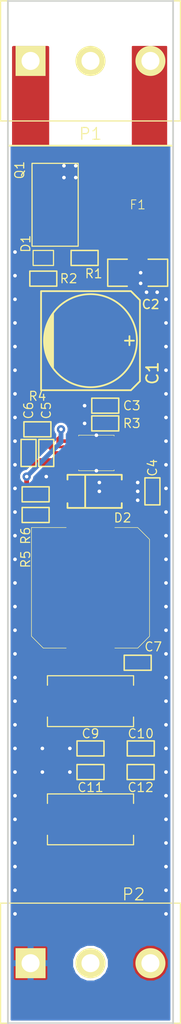
<source format=kicad_pcb>
(kicad_pcb (version 20171130) (host pcbnew 5.0.2)

  (general
    (thickness 1.6)
    (drawings 11)
    (tracks 304)
    (zones 0)
    (modules 27)
    (nets 18)
  )

  (page A4)
  (title_block
    (title "Cowdin DC/DC module")
    (date 2020-03-25)
    (rev 1)
    (company Agilack)
    (comment 1 "License: Creative Commons CC-by-SA")
  )

  (layers
    (0 F.Cu signal)
    (31 B.Cu signal)
    (32 B.Adhes user)
    (33 F.Adhes user)
    (34 B.Paste user)
    (35 F.Paste user)
    (36 B.SilkS user)
    (37 F.SilkS user)
    (38 B.Mask user)
    (39 F.Mask user)
    (40 Dwgs.User user)
    (41 Cmts.User user)
    (42 Eco1.User user)
    (43 Eco2.User user)
    (44 Edge.Cuts user)
    (45 Margin user)
    (46 B.CrtYd user)
    (47 F.CrtYd user)
    (48 B.Fab user)
    (49 F.Fab user)
  )

  (setup
    (last_trace_width 0.25)
    (user_trace_width 0.2032)
    (user_trace_width 0.3048)
    (user_trace_width 0.4064)
    (user_trace_width 0.7112)
    (trace_clearance 0.2)
    (zone_clearance 0.1524)
    (zone_45_only no)
    (trace_min 0.2)
    (segment_width 0.2)
    (edge_width 0.15)
    (via_size 0.8)
    (via_drill 0.4)
    (via_min_size 0.4)
    (via_min_drill 0.3)
    (user_via 0.7112 0.3048)
    (uvia_size 0.3)
    (uvia_drill 0.1)
    (uvias_allowed no)
    (uvia_min_size 0.2)
    (uvia_min_drill 0.1)
    (pcb_text_width 0.3)
    (pcb_text_size 1.5 1.5)
    (mod_edge_width 0.15)
    (mod_text_size 1 1)
    (mod_text_width 0.15)
    (pad_size 1.524 1.524)
    (pad_drill 0.762)
    (pad_to_mask_clearance 0.051)
    (solder_mask_min_width 0.25)
    (aux_axis_origin 0 0)
    (visible_elements FFFFFF7F)
    (pcbplotparams
      (layerselection 0x010fc_ffffffff)
      (usegerberextensions false)
      (usegerberattributes false)
      (usegerberadvancedattributes false)
      (creategerberjobfile false)
      (excludeedgelayer true)
      (linewidth 0.100000)
      (plotframeref false)
      (viasonmask false)
      (mode 1)
      (useauxorigin false)
      (hpglpennumber 1)
      (hpglpenspeed 20)
      (hpglpendiameter 15.000000)
      (psnegative false)
      (psa4output false)
      (plotreference true)
      (plotvalue true)
      (plotinvisibletext false)
      (padsonsilk false)
      (subtractmaskfromsilk false)
      (outputformat 1)
      (mirror false)
      (drillshape 0)
      (scaleselection 1)
      (outputdirectory "../prod/"))
  )

  (net 0 "")
  (net 1 GND)
  (net 2 "Net-(P1-Pad2)")
  (net 3 "Net-(P2-Pad2)")
  (net 4 VIn)
  (net 5 "Net-(U1-Pad3)")
  (net 6 "Net-(C3-Pad1)")
  (net 7 "Net-(U1-Pad6)")
  (net 8 "Net-(D1-Pad2)")
  (net 9 "Net-(F1-Pad1)")
  (net 10 "Net-(P1-Pad1)")
  (net 11 "Net-(R3-Pad1)")
  (net 12 "Net-(C4-Pad1)")
  (net 13 /PH_SW)
  (net 14 "Net-(C5-Pad1)")
  (net 15 "Net-(C6-Pad1)")
  (net 16 "Net-(R5-Pad2)")
  (net 17 VOut)

  (net_class Default "This is the default net class."
    (clearance 0.2)
    (trace_width 0.25)
    (via_dia 0.8)
    (via_drill 0.4)
    (uvia_dia 0.3)
    (uvia_drill 0.1)
    (add_net /PH_SW)
    (add_net GND)
    (add_net "Net-(C3-Pad1)")
    (add_net "Net-(C4-Pad1)")
    (add_net "Net-(C5-Pad1)")
    (add_net "Net-(C6-Pad1)")
    (add_net "Net-(D1-Pad2)")
    (add_net "Net-(F1-Pad1)")
    (add_net "Net-(P1-Pad1)")
    (add_net "Net-(P1-Pad2)")
    (add_net "Net-(P2-Pad2)")
    (add_net "Net-(R3-Pad1)")
    (add_net "Net-(R5-Pad2)")
    (add_net "Net-(U1-Pad3)")
    (add_net "Net-(U1-Pad6)")
    (add_net VIn)
    (add_net VOut)
  )

  (module cowdin-dcdc:CONN_MC000035 (layer F.Cu) (tedit 5E7B717F) (tstamp 5E7B1C58)
    (at 148.5 66.83)
    (tags CONN)
    (path /5E7C0BA7)
    (fp_text reference P1 (at 0 6.17) (layer F.SilkS)
      (effects (font (size 1 1) (thickness 0.1016)))
    )
    (fp_text value CONN_3 (at 0 -1.905) (layer F.SilkS) hide
      (effects (font (size 0.4064 0.4064) (thickness 0.1016)))
    )
    (fp_line (start -7.62 5.08) (end 7.62 5.08) (layer F.SilkS) (width 0.1016))
    (fp_line (start -7.62 -5.08) (end 7.62 -5.08) (layer F.SilkS) (width 0.1016))
    (fp_line (start -7.62 5.08) (end -7.62 -5.08) (layer F.SilkS) (width 0.1016))
    (fp_line (start 7.62 -5.08) (end 7.62 5.08) (layer F.SilkS) (width 0.1016))
    (pad 1 thru_hole rect (at -5.08 0) (size 2.54 2.54) (drill 1.524) (layers *.Cu *.Mask F.SilkS)
      (net 10 "Net-(P1-Pad1)"))
    (pad 3 thru_hole circle (at 5.08 0) (size 2.54 2.54) (drill 1.524) (layers *.Cu *.Mask F.SilkS)
      (net 9 "Net-(F1-Pad1)"))
    (pad 2 thru_hole circle (at 0 0) (size 2.54 2.54) (drill 1.524) (layers *.Cu *.Mask F.SilkS)
      (net 2 "Net-(P1-Pad2)"))
    (model res/mc000034.wrl
      (at (xyz 0 0 0))
      (scale (xyz 1 1 1))
      (rotate (xyz 0 0 0))
    )
  )

  (module cowdin-dcdc:CONN_MC000035 (layer F.Cu) (tedit 5E7B709E) (tstamp 5E7B1C63)
    (at 148.5 143.17)
    (tags CONN)
    (path /5E7C0CDF)
    (fp_text reference P2 (at 3.65 -5.82) (layer F.SilkS)
      (effects (font (size 1 1) (thickness 0.1016)))
    )
    (fp_text value CONN_3 (at 0 -1.905) (layer F.SilkS) hide
      (effects (font (size 0.4064 0.4064) (thickness 0.1016)))
    )
    (fp_line (start 7.62 -5.08) (end 7.62 5.08) (layer F.SilkS) (width 0.1016))
    (fp_line (start -7.62 5.08) (end -7.62 -5.08) (layer F.SilkS) (width 0.1016))
    (fp_line (start -7.62 -5.08) (end 7.62 -5.08) (layer F.SilkS) (width 0.1016))
    (fp_line (start -7.62 5.08) (end 7.62 5.08) (layer F.SilkS) (width 0.1016))
    (pad 2 thru_hole circle (at 0 0) (size 2.54 2.54) (drill 1.524) (layers *.Cu *.Mask F.SilkS)
      (net 3 "Net-(P2-Pad2)"))
    (pad 3 thru_hole circle (at 5.08 0) (size 2.54 2.54) (drill 1.524) (layers *.Cu *.Mask F.SilkS)
      (net 17 VOut))
    (pad 1 thru_hole rect (at -5.08 0) (size 2.54 2.54) (drill 1.524) (layers *.Cu *.Mask F.SilkS)
      (net 1 GND))
    (model res/mc000034.wrl
      (at (xyz 0 0 0))
      (scale (xyz 1 1 1))
      (rotate (xyz 0 0 0))
    )
  )

  (module cowdin-dcdc:MSOP10p (layer F.Cu) (tedit 5C98EC5E) (tstamp 5E7B232B)
    (at 149 100 90)
    (path /5E7B1D5D)
    (fp_text reference U1 (at -1.8288 0 180) (layer F.SilkS) hide
      (effects (font (size 0.508 0.508) (thickness 0.1016)))
    )
    (fp_text value TPS54060A (at 1.92532 0 180) (layer F.SilkS) hide
      (effects (font (size 0.508 0.508) (thickness 0.1016)))
    )
    (fp_line (start -1.50368 -1.50368) (end -1.43256 -1.50368) (layer F.SilkS) (width 0.0508))
    (fp_line (start -1.50368 -1.50368) (end -1.50368 1.50368) (layer F.SilkS) (width 0.0508))
    (fp_line (start -1.50368 1.50368) (end -1.43256 1.50368) (layer F.SilkS) (width 0.0508))
    (fp_line (start 1.50368 -1.50368) (end 1.43256 -1.50368) (layer F.SilkS) (width 0.0508))
    (fp_line (start 1.50368 -1.50368) (end 1.50368 1.50368) (layer F.SilkS) (width 0.0508))
    (fp_line (start 1.50368 1.50368) (end 1.43256 1.50368) (layer F.SilkS) (width 0.0508))
    (pad 1 smd rect (at -1 2.1 90) (size 0.3 1.6) (layers F.Cu F.Paste F.Mask)
      (net 12 "Net-(C4-Pad1)") (solder_mask_margin 0.05) (solder_paste_margin -0.05))
    (pad 2 smd rect (at -0.5 2.1 90) (size 0.3 1.6) (layers F.Cu F.Paste F.Mask)
      (net 4 VIn) (solder_mask_margin 0.05) (solder_paste_margin -0.05))
    (pad 3 smd rect (at 0 2.1 90) (size 0.3 1.6) (layers F.Cu F.Paste F.Mask)
      (net 5 "Net-(U1-Pad3)") (solder_mask_margin 0.05) (solder_paste_margin -0.05))
    (pad 4 smd rect (at 0.5 2.1 90) (size 0.3 1.6) (layers F.Cu F.Paste F.Mask)
      (net 6 "Net-(C3-Pad1)") (solder_mask_margin 0.05) (solder_paste_margin -0.05))
    (pad 5 smd rect (at 1 2.1 90) (size 0.3 1.6) (layers F.Cu F.Paste F.Mask)
      (net 11 "Net-(R3-Pad1)") (solder_mask_margin 0.05) (solder_paste_margin -0.05))
    (pad 6 smd rect (at 1 -2.1 90) (size 0.3 1.6) (layers F.Cu F.Paste F.Mask)
      (net 7 "Net-(U1-Pad6)") (solder_mask_margin 0.05) (solder_paste_margin -0.05))
    (pad 7 smd rect (at 0.5 -2.1 90) (size 0.3 1.6) (layers F.Cu F.Paste F.Mask)
      (net 16 "Net-(R5-Pad2)") (solder_mask_margin 0.05) (solder_paste_margin -0.05))
    (pad 8 smd rect (at 0 -2.1 90) (size 0.3 1.6) (layers F.Cu F.Paste F.Mask)
      (net 14 "Net-(C5-Pad1)") (solder_mask_margin 0.05) (solder_paste_margin -0.05))
    (pad 9 smd rect (at -0.5 -2.1 90) (size 0.3 1.6) (layers F.Cu F.Paste F.Mask)
      (net 1 GND) (solder_mask_margin 0.05) (solder_paste_margin -0.05))
    (pad 10 smd rect (at -1 -2.1 90) (size 0.3 1.6) (layers F.Cu F.Paste F.Mask)
      (net 13 /PH_SW) (solder_mask_margin 0.05) (solder_paste_margin -0.05))
    (pad PAD smd rect (at 0 0 90) (size 1.88 1.57) (layers F.Cu F.Paste F.Mask)
      (net 1 GND) (solder_mask_margin 0.07) (solder_paste_margin -0.1))
  )

  (module cowdin-dcdc:DO214AC (layer F.Cu) (tedit 5E7B5E06) (tstamp 5E7B3B94)
    (at 148.85 103.25 180)
    (path /5E7DFB85)
    (fp_text reference D2 (at -2.37 -2.24 180) (layer F.SilkS)
      (effects (font (size 0.762 0.762) (thickness 0.1016)))
    )
    (fp_text value MBRA340 (at 0 0 270) (layer F.SilkS) hide
      (effects (font (size 0.2 0.2) (thickness 0.05)))
    )
    (fp_line (start 2.3 -1.4) (end 2.3 -1) (layer F.SilkS) (width 0.15))
    (fp_line (start -2.3 1) (end -2.3 1.4) (layer F.SilkS) (width 0.15))
    (fp_line (start 0.8 -1.4) (end 0.8 1.4) (layer F.SilkS) (width 0.15))
    (fp_line (start 2.3 -1.4) (end -2.3 -1.4) (layer F.SilkS) (width 0.15))
    (fp_line (start -2.3 -1.4) (end -2.3 -1) (layer F.SilkS) (width 0.15))
    (fp_line (start -2.3 1.4) (end 2.3 1.4) (layer F.SilkS) (width 0.15))
    (fp_line (start 2.3 1.4) (end 2.3 1) (layer F.SilkS) (width 0.15))
    (pad 1 smd rect (at -2.2 0 180) (size 2.1 1.8) (layers F.Cu F.Paste F.Mask)
      (net 1 GND))
    (pad 2 smd rect (at 2.2 0 180) (size 2.1 1.8) (layers F.Cu F.Paste F.Mask)
      (net 13 /PH_SW))
    (model Housings_DO/DO-214AC.wrl
      (offset (xyz 2.031999969482422 1.371599979400635 1.219199981689453))
      (scale (xyz 1 1 1))
      (rotate (xyz 0 0 180))
    )
  )

  (module cowdin-dcdc:I_MSS1048 (layer F.Cu) (tedit 53885193) (tstamp 5E7B3E0B)
    (at 148.5 111.41 180)
    (path /5E7C1F85)
    (fp_text reference L1 (at 0 -0.33528 180) (layer F.SilkS) hide
      (effects (font (size 0.508 0.508) (thickness 0.127)))
    )
    (fp_text value 27uH (at 0 0.4572 180) (layer F.SilkS) hide
      (effects (font (size 0.508 0.508) (thickness 0.127)))
    )
    (fp_line (start 5.0038 5.10032) (end 5.0038 -4.09956) (layer F.SilkS) (width 0.0508))
    (fp_line (start 4.00304 -5.10032) (end 2.06248 -5.10032) (layer F.SilkS) (width 0.0508))
    (fp_line (start 4.00304 -5.10032) (end 5.0038 -4.09956) (layer F.SilkS) (width 0.0508))
    (fp_line (start -4.00304 -5.10032) (end -2.06248 -5.10032) (layer F.SilkS) (width 0.0508))
    (fp_line (start -5.0038 -4.09956) (end -5.0038 4.09956) (layer F.SilkS) (width 0.0508))
    (fp_line (start -4.00304 -5.10032) (end -5.0038 -4.09956) (layer F.SilkS) (width 0.0508))
    (fp_line (start -4.00304 5.10032) (end -2.06248 5.10032) (layer F.SilkS) (width 0.0508))
    (fp_line (start -4.00304 5.10032) (end -5.0038 4.09956) (layer F.SilkS) (width 0.0508))
    (fp_line (start 5.0038 5.10032) (end 2.06248 5.10032) (layer F.SilkS) (width 0.0508))
    (pad 1 smd rect (at 0 4.7 180) (size 3.56 1.78) (layers F.Cu F.Paste F.Mask)
      (net 13 /PH_SW))
    (pad 2 smd rect (at 0 -4.7 180) (size 3.56 1.78) (layers F.Cu F.Paste F.Mask)
      (net 17 VOut))
  )

  (module cowdin-dcdc:F_2920Lx (layer F.Cu) (tedit 5E7B3431) (tstamp 5E7B4A69)
    (at 152.5 79 270)
    (path /5E80D1A2)
    (fp_text reference F1 (at 0 0) (layer F.SilkS)
      (effects (font (size 0.762 0.762) (thickness 0.0762)))
    )
    (fp_text value FUSE (at 0.7 0) (layer F.Fab) hide
      (effects (font (size 0.5 0.5) (thickness 0.125)))
    )
    (pad 2 smd rect (at 2.4 0 270) (size 2 5.3) (layers F.Cu F.Paste F.Mask)
      (net 4 VIn))
    (pad 1 smd rect (at -2.4 0 270) (size 2 5.3) (layers F.Cu F.Paste F.Mask)
      (net 9 "Net-(F1-Pad1)"))
  )

  (module cowdin-dcdc:SMD0603 locked (layer F.Cu) (tedit 5E7B4036) (tstamp 5E7B4A73)
    (at 148 83.5 180)
    (path /5E80DC68)
    (attr smd)
    (fp_text reference R1 (at -0.77 -1.33 180) (layer F.SilkS)
      (effects (font (size 0.762 0.762) (thickness 0.1016)))
    )
    (fp_text value 10k (at 0 0 180) (layer F.SilkS) hide
      (effects (font (size 0.20066 0.20066) (thickness 0.0508)))
    )
    (fp_line (start -1.143 0.635) (end -1.143 -0.635) (layer F.SilkS) (width 0.127))
    (fp_line (start 1.143 0.635) (end -1.143 0.635) (layer F.SilkS) (width 0.127))
    (fp_line (start 1.143 -0.635) (end 1.143 0.635) (layer F.SilkS) (width 0.127))
    (fp_line (start -1.143 -0.635) (end 1.143 -0.635) (layer F.SilkS) (width 0.127))
    (pad 2 smd rect (at 0.762 0 180) (size 0.635 1.143) (layers F.Cu F.Paste F.Mask)
      (net 8 "Net-(D1-Pad2)"))
    (pad 1 smd rect (at -0.762 0 180) (size 0.635 1.143) (layers F.Cu F.Paste F.Mask)
      (net 4 VIn))
    (model smd/chip_cms.wrl
      (at (xyz 0 0 0))
      (scale (xyz 0.08 0.08 0.08))
      (rotate (xyz 0 0 0))
    )
  )

  (module cowdin-dcdc:SMD0603 (layer F.Cu) (tedit 5E7B3DF4) (tstamp 5E7B4A7D)
    (at 144.5 85.25 180)
    (path /5E81AAB6)
    (attr smd)
    (fp_text reference R2 (at -2.15 0 180) (layer F.SilkS)
      (effects (font (size 0.762 0.762) (thickness 0.1016)))
    )
    (fp_text value 100k (at 0 0 180) (layer F.SilkS) hide
      (effects (font (size 0.20066 0.20066) (thickness 0.0508)))
    )
    (fp_line (start -1.143 -0.635) (end 1.143 -0.635) (layer F.SilkS) (width 0.127))
    (fp_line (start 1.143 -0.635) (end 1.143 0.635) (layer F.SilkS) (width 0.127))
    (fp_line (start 1.143 0.635) (end -1.143 0.635) (layer F.SilkS) (width 0.127))
    (fp_line (start -1.143 0.635) (end -1.143 -0.635) (layer F.SilkS) (width 0.127))
    (pad 1 smd rect (at -0.762 0 180) (size 0.635 1.143) (layers F.Cu F.Paste F.Mask)
      (net 8 "Net-(D1-Pad2)"))
    (pad 2 smd rect (at 0.762 0 180) (size 0.635 1.143) (layers F.Cu F.Paste F.Mask)
      (net 1 GND))
    (model smd/chip_cms.wrl
      (at (xyz 0 0 0))
      (scale (xyz 0.08 0.08 0.08))
      (rotate (xyz 0 0 0))
    )
  )

  (module cowdin-dcdc:SMD0603 (layer F.Cu) (tedit 5E7B46A9) (tstamp 5E7B4A87)
    (at 149.75 97.5 180)
    (path /5E7C0F40)
    (attr smd)
    (fp_text reference R3 (at -2.25 0 180) (layer F.SilkS)
      (effects (font (size 0.762 0.762) (thickness 0.1016)))
    )
    (fp_text value 100k (at 0 0 180) (layer F.SilkS) hide
      (effects (font (size 0.20066 0.20066) (thickness 0.0508)))
    )
    (fp_line (start -1.143 -0.635) (end 1.143 -0.635) (layer F.SilkS) (width 0.127))
    (fp_line (start 1.143 -0.635) (end 1.143 0.635) (layer F.SilkS) (width 0.127))
    (fp_line (start 1.143 0.635) (end -1.143 0.635) (layer F.SilkS) (width 0.127))
    (fp_line (start -1.143 0.635) (end -1.143 -0.635) (layer F.SilkS) (width 0.127))
    (pad 1 smd rect (at -0.762 0 180) (size 0.635 1.143) (layers F.Cu F.Paste F.Mask)
      (net 11 "Net-(R3-Pad1)"))
    (pad 2 smd rect (at 0.762 0 180) (size 0.635 1.143) (layers F.Cu F.Paste F.Mask)
      (net 1 GND))
    (model smd/chip_cms.wrl
      (at (xyz 0 0 0))
      (scale (xyz 0.08 0.08 0.08))
      (rotate (xyz 0 0 0))
    )
  )

  (module cowdin-dcdc:SOT223 locked (layer F.Cu) (tedit 5E7B410F) (tstamp 5E7B76EE)
    (at 145.5 79 90)
    (path /5E8002CB)
    (fp_text reference Q1 (at 2.93 -3.01 90) (layer F.SilkS)
      (effects (font (size 0.762 0.762) (thickness 0.1016)))
    )
    (fp_text value FQT13N06 (at 0 0 90) (layer F.SilkS) hide
      (effects (font (size 0.5 0.5) (thickness 0.125)))
    )
    (fp_line (start -3.5052 -1.9558) (end 3.5052 -1.9558) (layer F.SilkS) (width 0.1016))
    (fp_line (start 3.5052 -1.9558) (end 3.5052 1.9558) (layer F.SilkS) (width 0.1016))
    (fp_line (start 3.5052 1.9558) (end -3.5052 1.9558) (layer F.SilkS) (width 0.1016))
    (fp_line (start -3.5052 1.9558) (end -3.5052 -1.9558) (layer F.SilkS) (width 0.1016))
    (pad 2 smd rect (at 0 3.05054 90) (size 1.19888 1.19888) (layers F.Cu F.Paste F.Mask))
    (pad 1 smd rect (at -2.30124 3.05054 90) (size 1.19888 1.19888) (layers F.Cu F.Paste F.Mask)
      (net 8 "Net-(D1-Pad2)"))
    (pad 3 smd rect (at 2.30124 3.05054 90) (size 1.19888 1.19888) (layers F.Cu F.Paste F.Mask)
      (net 1 GND))
    (pad 4 smd rect (at 0 -3.05054 90) (size 3.59918 1.19888) (layers F.Cu F.Paste F.Mask)
      (net 10 "Net-(P1-Pad1)"))
  )

  (module cowdin-dcdc:SOD323 (layer F.Cu) (tedit 5E7B40EA) (tstamp 5E7B91D8)
    (at 144.5 83.5)
    (path /5E81A95A)
    (fp_text reference D1 (at -1.49 -1.2 90) (layer F.SilkS)
      (effects (font (size 0.762 0.762) (thickness 0.1016)))
    )
    (fp_text value D_ZENER (at 0 0) (layer F.SilkS) hide
      (effects (font (size 0.20066 0.20066) (thickness 0.0508)))
    )
    (fp_line (start -0.8636 -0.635) (end 0.8636 -0.635) (layer F.SilkS) (width 0.1016))
    (fp_line (start 0.8636 -0.635) (end 0.8636 0.635) (layer F.SilkS) (width 0.1016))
    (fp_line (start 0.8636 0.635) (end -0.8636 0.635) (layer F.SilkS) (width 0.1016))
    (fp_line (start -0.8636 0.635) (end -0.8636 -0.635) (layer F.SilkS) (width 0.1016))
    (pad 1 smd rect (at -1.15062 0) (size 0.59944 0.59944) (layers F.Cu F.Paste F.Mask)
      (net 1 GND))
    (pad 2 smd rect (at 1.15062 0) (size 0.59944 0.59944) (layers F.Cu F.Paste F.Mask)
      (net 8 "Net-(D1-Pad2)"))
  )

  (module cowdin-dcdc:C_ALU_8x10.5 (layer F.Cu) (tedit 5E7B4073) (tstamp 5E7B4C4D)
    (at 148.5 90.5)
    (descr "SMT capacitor, aluminium electrolytic, 8x10.5")
    (path /5E7C39C1)
    (attr smd)
    (fp_text reference C1 (at 5.25 2.75 90) (layer F.SilkS)
      (effects (font (size 1 1) (thickness 0.15)))
    )
    (fp_text value 100uF (at 0 0 180) (layer F.Fab) hide
      (effects (font (size 0.5 0.5) (thickness 0.125)))
    )
    (fp_line (start -5.35 -4.55) (end 5.35 -4.55) (layer F.CrtYd) (width 0.05))
    (fp_line (start 5.35 -4.55) (end 5.35 4.55) (layer F.CrtYd) (width 0.05))
    (fp_line (start 5.35 4.55) (end -5.35 4.55) (layer F.CrtYd) (width 0.05))
    (fp_line (start -5.35 4.55) (end -5.35 -4.55) (layer F.CrtYd) (width 0.05))
    (fp_line (start -3.81 -1.016) (end -3.81 1.016) (layer F.SilkS) (width 0.15))
    (fp_line (start -3.683 1.397) (end -3.683 -1.397) (layer F.SilkS) (width 0.15))
    (fp_line (start -3.556 -1.651) (end -3.556 1.651) (layer F.SilkS) (width 0.15))
    (fp_line (start -3.429 1.905) (end -3.429 -1.905) (layer F.SilkS) (width 0.15))
    (fp_line (start -3.302 2.032) (end -3.302 -2.032) (layer F.SilkS) (width 0.15))
    (fp_line (start -3.175 -2.286) (end -3.175 2.286) (layer F.SilkS) (width 0.15))
    (fp_line (start -4.191 -4.191) (end -4.191 4.191) (layer F.SilkS) (width 0.15))
    (fp_line (start -4.191 4.191) (end 3.429 4.191) (layer F.SilkS) (width 0.15))
    (fp_line (start 3.429 4.191) (end 4.191 3.429) (layer F.SilkS) (width 0.15))
    (fp_line (start 4.191 3.429) (end 4.191 -3.429) (layer F.SilkS) (width 0.15))
    (fp_line (start 4.191 -3.429) (end 3.429 -4.191) (layer F.SilkS) (width 0.15))
    (fp_line (start 3.429 -4.191) (end -4.191 -4.191) (layer F.SilkS) (width 0.15))
    (fp_line (start 3.683 0) (end 2.921 0) (layer F.SilkS) (width 0.15))
    (fp_line (start 3.302 -0.381) (end 3.302 0.381) (layer F.SilkS) (width 0.15))
    (fp_circle (center 0 0) (end 3.937 0) (layer F.SilkS) (width 0.15))
    (pad 1 smd rect (at 3.2512 0) (size 3.50012 2.4003) (layers F.Cu F.Paste F.Mask)
      (net 4 VIn))
    (pad 2 smd rect (at -3.2512 0) (size 3.50012 2.4003) (layers F.Cu F.Paste F.Mask)
      (net 1 GND))
    (model Capacitors_SMD.3dshapes/c_elec_8x10.5.wrl
      (at (xyz 0 0 0))
      (scale (xyz 1 1 1))
      (rotate (xyz 0 0 0))
    )
  )

  (module cowdin-dcdc:SMD1206 (layer F.Cu) (tedit 5E7B5D2A) (tstamp 5E7B4C59)
    (at 152.5 84.75)
    (path /5E7C0B3F)
    (attr smd)
    (fp_text reference C2 (at 1.1 2.68) (layer F.SilkS)
      (effects (font (size 0.762 0.762) (thickness 0.127)))
    )
    (fp_text value 10uF (at 0 0) (layer F.SilkS) hide
      (effects (font (size 0.762 0.762) (thickness 0.127)))
    )
    (fp_line (start -2.54 -1.143) (end -2.54 1.143) (layer F.SilkS) (width 0.127))
    (fp_line (start -2.54 1.143) (end -0.889 1.143) (layer F.SilkS) (width 0.127))
    (fp_line (start 0.889 -1.143) (end 2.54 -1.143) (layer F.SilkS) (width 0.127))
    (fp_line (start 2.54 -1.143) (end 2.54 1.143) (layer F.SilkS) (width 0.127))
    (fp_line (start 2.54 1.143) (end 0.889 1.143) (layer F.SilkS) (width 0.127))
    (fp_line (start -0.889 -1.143) (end -2.54 -1.143) (layer F.SilkS) (width 0.127))
    (pad 1 smd rect (at -1.651 0) (size 1.524 2.032) (layers F.Cu F.Paste F.Mask)
      (net 4 VIn))
    (pad 2 smd rect (at 1.651 0) (size 1.524 2.032) (layers F.Cu F.Paste F.Mask)
      (net 1 GND))
    (model smd/chip_cms.wrl
      (at (xyz 0 0 0))
      (scale (xyz 0.17 0.16 0.16))
      (rotate (xyz 0 0 0))
    )
  )

  (module cowdin-dcdc:SMD0603 (layer F.Cu) (tedit 5E7B46BA) (tstamp 5E7BA626)
    (at 149.75 96 180)
    (path /5E7C0BA8)
    (attr smd)
    (fp_text reference C3 (at -2.25 0 180) (layer F.SilkS)
      (effects (font (size 0.762 0.762) (thickness 0.1016)))
    )
    (fp_text value 10nF (at 0 0 180) (layer F.SilkS) hide
      (effects (font (size 0.20066 0.20066) (thickness 0.0508)))
    )
    (fp_line (start -1.143 -0.635) (end 1.143 -0.635) (layer F.SilkS) (width 0.127))
    (fp_line (start 1.143 -0.635) (end 1.143 0.635) (layer F.SilkS) (width 0.127))
    (fp_line (start 1.143 0.635) (end -1.143 0.635) (layer F.SilkS) (width 0.127))
    (fp_line (start -1.143 0.635) (end -1.143 -0.635) (layer F.SilkS) (width 0.127))
    (pad 1 smd rect (at -0.762 0 180) (size 0.635 1.143) (layers F.Cu F.Paste F.Mask)
      (net 6 "Net-(C3-Pad1)"))
    (pad 2 smd rect (at 0.762 0 180) (size 0.635 1.143) (layers F.Cu F.Paste F.Mask)
      (net 1 GND))
    (model smd/chip_cms.wrl
      (at (xyz 0 0 0))
      (scale (xyz 0.08 0.08 0.08))
      (rotate (xyz 0 0 0))
    )
  )

  (module cowdin-dcdc:SMD0603 (layer F.Cu) (tedit 5E7B4ACA) (tstamp 5E7BA630)
    (at 153.75 103.25 270)
    (path /5E7EF330)
    (attr smd)
    (fp_text reference C4 (at -2 0 270) (layer F.SilkS)
      (effects (font (size 0.762 0.762) (thickness 0.1016)))
    )
    (fp_text value 100nF (at 0 0 270) (layer F.SilkS) hide
      (effects (font (size 0.20066 0.20066) (thickness 0.0508)))
    )
    (fp_line (start -1.143 0.635) (end -1.143 -0.635) (layer F.SilkS) (width 0.127))
    (fp_line (start 1.143 0.635) (end -1.143 0.635) (layer F.SilkS) (width 0.127))
    (fp_line (start 1.143 -0.635) (end 1.143 0.635) (layer F.SilkS) (width 0.127))
    (fp_line (start -1.143 -0.635) (end 1.143 -0.635) (layer F.SilkS) (width 0.127))
    (pad 2 smd rect (at 0.762 0 270) (size 0.635 1.143) (layers F.Cu F.Paste F.Mask)
      (net 13 /PH_SW))
    (pad 1 smd rect (at -0.762 0 270) (size 0.635 1.143) (layers F.Cu F.Paste F.Mask)
      (net 12 "Net-(C4-Pad1)"))
    (model smd/chip_cms.wrl
      (at (xyz 0 0 0))
      (scale (xyz 0.08 0.08 0.08))
      (rotate (xyz 0 0 0))
    )
  )

  (module cowdin-dcdc:SMD0603 (layer F.Cu) (tedit 5E7B5137) (tstamp 5E7BE26D)
    (at 144.75 100 270)
    (path /5E7EB04B)
    (attr smd)
    (fp_text reference C5 (at -3.6 0 270) (layer F.SilkS)
      (effects (font (size 0.762 0.762) (thickness 0.1016)))
    )
    (fp_text value n/e (at 0 0 270) (layer F.SilkS) hide
      (effects (font (size 0.20066 0.20066) (thickness 0.0508)))
    )
    (fp_line (start -1.143 -0.635) (end 1.143 -0.635) (layer F.SilkS) (width 0.127))
    (fp_line (start 1.143 -0.635) (end 1.143 0.635) (layer F.SilkS) (width 0.127))
    (fp_line (start 1.143 0.635) (end -1.143 0.635) (layer F.SilkS) (width 0.127))
    (fp_line (start -1.143 0.635) (end -1.143 -0.635) (layer F.SilkS) (width 0.127))
    (pad 1 smd rect (at -0.762 0 270) (size 0.635 1.143) (layers F.Cu F.Paste F.Mask)
      (net 14 "Net-(C5-Pad1)"))
    (pad 2 smd rect (at 0.762 0 270) (size 0.635 1.143) (layers F.Cu F.Paste F.Mask)
      (net 1 GND))
    (model smd/chip_cms.wrl
      (at (xyz 0 0 0))
      (scale (xyz 0.08 0.08 0.08))
      (rotate (xyz 0 0 0))
    )
  )

  (module cowdin-dcdc:SMD0603 (layer F.Cu) (tedit 5E7B5AD7) (tstamp 5E7BE277)
    (at 143.25 100 270)
    (path /5E7EAE75)
    (attr smd)
    (fp_text reference C6 (at -3.6 0 270) (layer F.SilkS)
      (effects (font (size 0.762 0.762) (thickness 0.1016)))
    )
    (fp_text value 4.7nF (at 0 0 270) (layer F.SilkS) hide
      (effects (font (size 0.20066 0.20066) (thickness 0.0508)))
    )
    (fp_line (start -1.143 0.635) (end -1.143 -0.635) (layer F.SilkS) (width 0.127))
    (fp_line (start 1.143 0.635) (end -1.143 0.635) (layer F.SilkS) (width 0.127))
    (fp_line (start 1.143 -0.635) (end 1.143 0.635) (layer F.SilkS) (width 0.127))
    (fp_line (start -1.143 -0.635) (end 1.143 -0.635) (layer F.SilkS) (width 0.127))
    (pad 2 smd rect (at 0.762 0 270) (size 0.635 1.143) (layers F.Cu F.Paste F.Mask)
      (net 1 GND))
    (pad 1 smd rect (at -0.762 0 270) (size 0.635 1.143) (layers F.Cu F.Paste F.Mask)
      (net 15 "Net-(C6-Pad1)"))
    (model smd/chip_cms.wrl
      (at (xyz 0 0 0))
      (scale (xyz 0.08 0.08 0.08))
      (rotate (xyz 0 0 0))
    )
  )

  (module cowdin-dcdc:SMD0603 (layer F.Cu) (tedit 5E7B514D) (tstamp 5E7BE281)
    (at 144 98 180)
    (path /5E7EABD3)
    (attr smd)
    (fp_text reference R4 (at 0 2.8 180) (layer F.SilkS)
      (effects (font (size 0.762 0.762) (thickness 0.1016)))
    )
    (fp_text value 20k (at 0 0 180) (layer F.SilkS) hide
      (effects (font (size 0.20066 0.20066) (thickness 0.0508)))
    )
    (fp_line (start -1.143 -0.635) (end 1.143 -0.635) (layer F.SilkS) (width 0.127))
    (fp_line (start 1.143 -0.635) (end 1.143 0.635) (layer F.SilkS) (width 0.127))
    (fp_line (start 1.143 0.635) (end -1.143 0.635) (layer F.SilkS) (width 0.127))
    (fp_line (start -1.143 0.635) (end -1.143 -0.635) (layer F.SilkS) (width 0.127))
    (pad 1 smd rect (at -0.762 0 180) (size 0.635 1.143) (layers F.Cu F.Paste F.Mask)
      (net 14 "Net-(C5-Pad1)"))
    (pad 2 smd rect (at 0.762 0 180) (size 0.635 1.143) (layers F.Cu F.Paste F.Mask)
      (net 15 "Net-(C6-Pad1)"))
    (model smd/chip_cms.wrl
      (at (xyz 0 0 0))
      (scale (xyz 0.08 0.08 0.08))
      (rotate (xyz 0 0 0))
    )
  )

  (module cowdin-dcdc:SMD0603 (layer F.Cu) (tedit 5E7B5E63) (tstamp 5E7C6936)
    (at 143.85 105.25 180)
    (path /5E7F1CD2)
    (attr smd)
    (fp_text reference R5 (at 0.85 -3.75 270) (layer F.SilkS)
      (effects (font (size 0.762 0.762) (thickness 0.1016)))
    )
    (fp_text value R (at 0 0 180) (layer F.SilkS) hide
      (effects (font (size 0.20066 0.20066) (thickness 0.0508)))
    )
    (fp_line (start -1.143 0.635) (end -1.143 -0.635) (layer F.SilkS) (width 0.127))
    (fp_line (start 1.143 0.635) (end -1.143 0.635) (layer F.SilkS) (width 0.127))
    (fp_line (start 1.143 -0.635) (end 1.143 0.635) (layer F.SilkS) (width 0.127))
    (fp_line (start -1.143 -0.635) (end 1.143 -0.635) (layer F.SilkS) (width 0.127))
    (pad 2 smd rect (at 0.762 0 180) (size 0.635 1.143) (layers F.Cu F.Paste F.Mask)
      (net 16 "Net-(R5-Pad2)"))
    (pad 1 smd rect (at -0.762 0 180) (size 0.635 1.143) (layers F.Cu F.Paste F.Mask)
      (net 17 VOut))
    (model smd/chip_cms.wrl
      (at (xyz 0 0 0))
      (scale (xyz 0.08 0.08 0.08))
      (rotate (xyz 0 0 0))
    )
  )

  (module cowdin-dcdc:SMD0603 (layer F.Cu) (tedit 5E7B5E57) (tstamp 5E7C6940)
    (at 143.85 103.5 180)
    (path /5E7F1DE6)
    (attr smd)
    (fp_text reference R6 (at 0.85 -3.5 270) (layer F.SilkS)
      (effects (font (size 0.762 0.762) (thickness 0.1016)))
    )
    (fp_text value R (at 0 0 180) (layer F.SilkS) hide
      (effects (font (size 0.20066 0.20066) (thickness 0.0508)))
    )
    (fp_line (start -1.143 -0.635) (end 1.143 -0.635) (layer F.SilkS) (width 0.127))
    (fp_line (start 1.143 -0.635) (end 1.143 0.635) (layer F.SilkS) (width 0.127))
    (fp_line (start 1.143 0.635) (end -1.143 0.635) (layer F.SilkS) (width 0.127))
    (fp_line (start -1.143 0.635) (end -1.143 -0.635) (layer F.SilkS) (width 0.127))
    (pad 1 smd rect (at -0.762 0 180) (size 0.635 1.143) (layers F.Cu F.Paste F.Mask)
      (net 1 GND))
    (pad 2 smd rect (at 0.762 0 180) (size 0.635 1.143) (layers F.Cu F.Paste F.Mask)
      (net 16 "Net-(R5-Pad2)"))
    (model smd/chip_cms.wrl
      (at (xyz 0 0 0))
      (scale (xyz 0.08 0.08 0.08))
      (rotate (xyz 0 0 0))
    )
  )

  (module cowdin-dcdc:SMD0603 (layer F.Cu) (tedit 5E7B61AD) (tstamp 5E7B62D3)
    (at 152.5 117.75)
    (path /5E7D7A06)
    (attr smd)
    (fp_text reference C7 (at 1.32 -1.35) (layer F.SilkS)
      (effects (font (size 0.762 0.762) (thickness 0.1016)))
    )
    (fp_text value 100nF (at 0 0) (layer F.SilkS) hide
      (effects (font (size 0.20066 0.20066) (thickness 0.0508)))
    )
    (fp_line (start -1.143 0.635) (end -1.143 -0.635) (layer F.SilkS) (width 0.127))
    (fp_line (start 1.143 0.635) (end -1.143 0.635) (layer F.SilkS) (width 0.127))
    (fp_line (start 1.143 -0.635) (end 1.143 0.635) (layer F.SilkS) (width 0.127))
    (fp_line (start -1.143 -0.635) (end 1.143 -0.635) (layer F.SilkS) (width 0.127))
    (pad 2 smd rect (at 0.762 0) (size 0.635 1.143) (layers F.Cu F.Paste F.Mask)
      (net 1 GND))
    (pad 1 smd rect (at -0.762 0) (size 0.635 1.143) (layers F.Cu F.Paste F.Mask)
      (net 17 VOut))
    (model smd/chip_cms.wrl
      (at (xyz 0 0 0))
      (scale (xyz 0.08 0.08 0.08))
      (rotate (xyz 0 0 0))
    )
  )

  (module cowdin-dcdc:C_TPB_D4 locked (layer F.Cu) (tedit 5B72B48D) (tstamp 5E7B62DF)
    (at 148.5 121 180)
    (path /5E7D7C54)
    (fp_text reference C8 (at 0 1 180) (layer F.SilkS) hide
      (effects (font (size 0.762 0.762) (thickness 0.1016)))
    )
    (fp_text value 220uF (at 0 -1 180) (layer F.Fab) hide
      (effects (font (size 0.762 0.762) (thickness 0.1016)))
    )
    (fp_line (start 3.65 2.15) (end 3.65 1.35) (layer F.SilkS) (width 0.1016))
    (fp_line (start -3.65 2.15) (end -3.65 1.35) (layer F.SilkS) (width 0.1016))
    (fp_line (start 3.65 -2.15) (end 3.65 -1.35) (layer F.SilkS) (width 0.1016))
    (fp_line (start -3.65 -2.15) (end -3.65 -1.35) (layer F.SilkS) (width 0.1016))
    (fp_line (start 3.65 2.15) (end -3.65 2.15) (layer F.SilkS) (width 0.1016))
    (fp_line (start -3.65 -2.15) (end 3.65 -2.15) (layer F.SilkS) (width 0.1016))
    (pad 1 smd rect (at -3.65 0 180) (size 2.5 2.5) (layers F.Cu F.Paste F.Mask)
      (net 17 VOut))
    (pad 2 smd rect (at 3.65 0 180) (size 2.5 2.5) (layers F.Cu F.Paste F.Mask)
      (net 1 GND))
  )

  (module cowdin-dcdc:SMD0603 (layer F.Cu) (tedit 5E7B65EE) (tstamp 5E7B62E9)
    (at 148.5 125 180)
    (path /5E7D7B2D)
    (attr smd)
    (fp_text reference C9 (at 0 1.25 180) (layer F.SilkS)
      (effects (font (size 0.762 0.762) (thickness 0.1016)))
    )
    (fp_text value 47pF (at 0 0 180) (layer F.SilkS) hide
      (effects (font (size 0.20066 0.20066) (thickness 0.0508)))
    )
    (fp_line (start -1.143 -0.635) (end 1.143 -0.635) (layer F.SilkS) (width 0.127))
    (fp_line (start 1.143 -0.635) (end 1.143 0.635) (layer F.SilkS) (width 0.127))
    (fp_line (start 1.143 0.635) (end -1.143 0.635) (layer F.SilkS) (width 0.127))
    (fp_line (start -1.143 0.635) (end -1.143 -0.635) (layer F.SilkS) (width 0.127))
    (pad 1 smd rect (at -0.762 0 180) (size 0.635 1.143) (layers F.Cu F.Paste F.Mask)
      (net 17 VOut))
    (pad 2 smd rect (at 0.762 0 180) (size 0.635 1.143) (layers F.Cu F.Paste F.Mask)
      (net 1 GND))
    (model smd/chip_cms.wrl
      (at (xyz 0 0 0))
      (scale (xyz 0.08 0.08 0.08))
      (rotate (xyz 0 0 0))
    )
  )

  (module cowdin-dcdc:SMD0603 (layer F.Cu) (tedit 5E7B6611) (tstamp 5E7BB2B6)
    (at 152.76 125)
    (path /5E7F2F4A)
    (attr smd)
    (fp_text reference C10 (at 0 -1.25) (layer F.SilkS)
      (effects (font (size 0.762 0.762) (thickness 0.1016)))
    )
    (fp_text value 47pF (at 0 0) (layer F.SilkS) hide
      (effects (font (size 0.20066 0.20066) (thickness 0.0508)))
    )
    (fp_line (start -1.143 -0.635) (end 1.143 -0.635) (layer F.SilkS) (width 0.127))
    (fp_line (start 1.143 -0.635) (end 1.143 0.635) (layer F.SilkS) (width 0.127))
    (fp_line (start 1.143 0.635) (end -1.143 0.635) (layer F.SilkS) (width 0.127))
    (fp_line (start -1.143 0.635) (end -1.143 -0.635) (layer F.SilkS) (width 0.127))
    (pad 1 smd rect (at -0.762 0) (size 0.635 1.143) (layers F.Cu F.Paste F.Mask)
      (net 17 VOut))
    (pad 2 smd rect (at 0.762 0) (size 0.635 1.143) (layers F.Cu F.Paste F.Mask)
      (net 1 GND))
    (model smd/chip_cms.wrl
      (at (xyz 0 0 0))
      (scale (xyz 0.08 0.08 0.08))
      (rotate (xyz 0 0 0))
    )
  )

  (module cowdin-dcdc:SMD0603 (layer F.Cu) (tedit 5E7B65FA) (tstamp 5E7BB2C0)
    (at 148.5 127 180)
    (path /5E7F2FEE)
    (attr smd)
    (fp_text reference C11 (at 0 -1.3 180) (layer F.SilkS)
      (effects (font (size 0.762 0.762) (thickness 0.1016)))
    )
    (fp_text value 10pF (at 0 0 180) (layer F.SilkS) hide
      (effects (font (size 0.20066 0.20066) (thickness 0.0508)))
    )
    (fp_line (start -1.143 0.635) (end -1.143 -0.635) (layer F.SilkS) (width 0.127))
    (fp_line (start 1.143 0.635) (end -1.143 0.635) (layer F.SilkS) (width 0.127))
    (fp_line (start 1.143 -0.635) (end 1.143 0.635) (layer F.SilkS) (width 0.127))
    (fp_line (start -1.143 -0.635) (end 1.143 -0.635) (layer F.SilkS) (width 0.127))
    (pad 2 smd rect (at 0.762 0 180) (size 0.635 1.143) (layers F.Cu F.Paste F.Mask)
      (net 1 GND))
    (pad 1 smd rect (at -0.762 0 180) (size 0.635 1.143) (layers F.Cu F.Paste F.Mask)
      (net 17 VOut))
    (model smd/chip_cms.wrl
      (at (xyz 0 0 0))
      (scale (xyz 0.08 0.08 0.08))
      (rotate (xyz 0 0 0))
    )
  )

  (module cowdin-dcdc:SMD0603 (layer F.Cu) (tedit 5E7B6605) (tstamp 5E7BB2CA)
    (at 152.75 127)
    (path /5E7F338B)
    (attr smd)
    (fp_text reference C12 (at 0 1.3) (layer F.SilkS)
      (effects (font (size 0.762 0.762) (thickness 0.1016)))
    )
    (fp_text value 10pF (at 0 0) (layer F.SilkS) hide
      (effects (font (size 0.20066 0.20066) (thickness 0.0508)))
    )
    (fp_line (start -1.143 -0.635) (end 1.143 -0.635) (layer F.SilkS) (width 0.127))
    (fp_line (start 1.143 -0.635) (end 1.143 0.635) (layer F.SilkS) (width 0.127))
    (fp_line (start 1.143 0.635) (end -1.143 0.635) (layer F.SilkS) (width 0.127))
    (fp_line (start -1.143 0.635) (end -1.143 -0.635) (layer F.SilkS) (width 0.127))
    (pad 1 smd rect (at -0.762 0) (size 0.635 1.143) (layers F.Cu F.Paste F.Mask)
      (net 17 VOut))
    (pad 2 smd rect (at 0.762 0) (size 0.635 1.143) (layers F.Cu F.Paste F.Mask)
      (net 1 GND))
    (model smd/chip_cms.wrl
      (at (xyz 0 0 0))
      (scale (xyz 0.08 0.08 0.08))
      (rotate (xyz 0 0 0))
    )
  )

  (module cowdin-dcdc:C_TPB_D4 (layer F.Cu) (tedit 5B72B48D) (tstamp 5E7BB2D6)
    (at 148.5 131 180)
    (path /5E7F35CE)
    (fp_text reference C13 (at 0 1 180) (layer F.SilkS) hide
      (effects (font (size 0.762 0.762) (thickness 0.1016)))
    )
    (fp_text value 220uF (at 0 -1 180) (layer F.Fab) hide
      (effects (font (size 0.762 0.762) (thickness 0.1016)))
    )
    (fp_line (start 3.65 2.15) (end 3.65 1.35) (layer F.SilkS) (width 0.1016))
    (fp_line (start -3.65 2.15) (end -3.65 1.35) (layer F.SilkS) (width 0.1016))
    (fp_line (start 3.65 -2.15) (end 3.65 -1.35) (layer F.SilkS) (width 0.1016))
    (fp_line (start -3.65 -2.15) (end -3.65 -1.35) (layer F.SilkS) (width 0.1016))
    (fp_line (start 3.65 2.15) (end -3.65 2.15) (layer F.SilkS) (width 0.1016))
    (fp_line (start -3.65 -2.15) (end 3.65 -2.15) (layer F.SilkS) (width 0.1016))
    (pad 1 smd rect (at -3.65 0 180) (size 2.5 2.5) (layers F.Cu F.Paste F.Mask)
      (net 17 VOut))
    (pad 2 smd rect (at 3.65 0 180) (size 2.5 2.5) (layers F.Cu F.Paste F.Mask)
      (net 1 GND))
  )

  (gr_text CC-by-SA (at 143 137.25) (layer F.Cu)
    (effects (font (size 0.762 0.762) (thickness 0.1016)) (justify left))
  )
  (gr_text Agilack (at 143 136) (layer F.Cu)
    (effects (font (size 0.762 0.762) (thickness 0.1016)) (justify left))
  )
  (gr_text rev1 (at 149.25 135.1) (layer F.Cu)
    (effects (font (size 0.762 0.762) (thickness 0.1016)))
  )
  (gr_text cowdin-dcdc (at 146.75 134) (layer F.Cu)
    (effects (font (size 0.762 0.762) (thickness 0.1016)))
  )
  (gr_line (start 141.5 74) (end 155.5 74) (angle 90) (layer F.SilkS) (width 0.15))
  (gr_line (start 141.5 61.75) (end 141.5 148.25) (angle 90) (layer Edge.Cuts) (width 0.15))
  (gr_line (start 155.5 61.75) (end 155.5 148.25) (angle 90) (layer Edge.Cuts) (width 0.15))
  (gr_line (start 141.5 148.25) (end 155.5 148.25) (angle 90) (layer Edge.Cuts) (width 0.15))
  (gr_line (start 141.5 61.75) (end 155.5 61.75) (angle 90) (layer Edge.Cuts) (width 0.15))
  (gr_line (start 148.5 61.75) (end 148.5 148.25) (angle 90) (layer Dwgs.User) (width 0.1))
  (gr_line (start 141.5 105) (end 155.5 105) (angle 90) (layer Dwgs.User) (width 0.1))

  (via (at 147.25 76.7) (size 0.7112) (drill 0.3048) (layers F.Cu B.Cu) (net 1))
  (segment (start 147.25 76.7) (end 148.5493 76.7) (width 0.3048) (layer F.Cu) (net 1) (status 800000))
  (segment (start 148.5493 76.7) (end 148.55054 76.69876) (width 0.3048) (layer F.Cu) (net 1) (tstamp 5E7B39C0) (status C00000))
  (segment (start 147.25 76.7) (end 146.25 76.7) (width 0.3048) (layer F.Cu) (net 1))
  (via (at 146.25 76.7) (size 0.7112) (drill 0.3048) (layers F.Cu B.Cu) (net 1))
  (segment (start 147.25 76.7) (end 147.25 75.7) (width 0.3048) (layer F.Cu) (net 1))
  (via (at 147.25 75.7) (size 0.7112) (drill 0.3048) (layers F.Cu B.Cu) (net 1))
  (segment (start 147.25 75.7) (end 146.25 75.7) (width 0.3048) (layer F.Cu) (net 1))
  (via (at 146.25 75.7) (size 0.7112) (drill 0.3048) (layers F.Cu B.Cu) (net 1))
  (segment (start 146.25 76.7) (end 146.25 78.85) (width 0.4064) (layer B.Cu) (net 1))
  (segment (start 146.25 78.85) (end 142.1 83) (width 0.4064) (layer B.Cu) (net 1) (tstamp 5E7B39DF))
  (via (at 142.1 83) (size 0.7112) (drill 0.3048) (layers F.Cu B.Cu) (net 1))
  (via (at 142.1 85) (size 0.7112) (drill 0.3048) (layers F.Cu B.Cu) (net 1))
  (via (at 142.1 87) (size 0.7112) (drill 0.3048) (layers F.Cu B.Cu) (net 1))
  (via (at 142.1 89) (size 0.7112) (drill 0.3048) (layers F.Cu B.Cu) (net 1))
  (via (at 142.1 91) (size 0.7112) (drill 0.3048) (layers F.Cu B.Cu) (net 1))
  (via (at 142.1 93) (size 0.7112) (drill 0.3048) (layers F.Cu B.Cu) (net 1))
  (segment (start 143.34938 83.5) (end 142.6 83.5) (width 0.4064) (layer F.Cu) (net 1) (status 400000))
  (segment (start 142.6 83.5) (end 142.1 83) (width 0.4064) (layer F.Cu) (net 1) (tstamp 5E7B3DC3))
  (segment (start 143.738 85.25) (end 142.97 85.25) (width 0.4064) (layer F.Cu) (net 1) (status 400000))
  (segment (start 142.97 85.25) (end 142.72 85) (width 0.4064) (layer F.Cu) (net 1) (tstamp 5E7B3DC6))
  (segment (start 142.72 85) (end 142.1 85) (width 0.4064) (layer F.Cu) (net 1) (tstamp 5E7B3DC7))
  (segment (start 142.1 91) (end 142.68 91) (width 0.4064) (layer F.Cu) (net 1))
  (segment (start 142.68 91) (end 143.18 90.5) (width 0.4064) (layer F.Cu) (net 1) (tstamp 5E7BA0E2))
  (segment (start 143.18 90.5) (end 145.2488 90.5) (width 0.4064) (layer F.Cu) (net 1) (tstamp 5E7BA0E3) (status 800000))
  (via (at 154.15 86.4) (size 0.7112) (drill 0.3048) (layers F.Cu B.Cu) (net 1))
  (segment (start 154.15 86.4) (end 154.15 84.751) (width 0.4064) (layer F.Cu) (net 1) (status 800000))
  (segment (start 154.15 84.751) (end 154.151 84.75) (width 0.4064) (layer F.Cu) (net 1) (tstamp 5E7BA0F3) (status C00000))
  (segment (start 154.15 86.4) (end 153.25 86.4) (width 0.4064) (layer F.Cu) (net 1))
  (via (at 153.25 86.4) (size 0.7112) (drill 0.3048) (layers F.Cu B.Cu) (net 1))
  (segment (start 154.151 84.75) (end 152.75 84.75) (width 0.4064) (layer F.Cu) (net 1) (status 400000))
  (via (at 152.75 84.75) (size 0.7112) (drill 0.3048) (layers F.Cu B.Cu) (net 1))
  (via (at 152.75 85.65) (size 0.7112) (drill 0.3048) (layers F.Cu B.Cu) (net 1))
  (segment (start 152.75 84.75) (end 152.75 85.65) (width 0.4064) (layer F.Cu) (net 1))
  (segment (start 142.1 87) (end 147.58 87) (width 0.4064) (layer B.Cu) (net 1))
  (segment (start 147.58 87) (end 149.83 84.75) (width 0.4064) (layer B.Cu) (net 1) (tstamp 5E7BA193))
  (segment (start 149.83 84.75) (end 152.75 84.75) (width 0.4064) (layer B.Cu) (net 1) (tstamp 5E7BA194))
  (segment (start 148.988 97.5) (end 148 97.5) (width 0.4064) (layer F.Cu) (net 1) (status 400000))
  (via (at 148 97.5) (size 0.7112) (drill 0.3048) (layers F.Cu B.Cu) (net 1))
  (segment (start 148.988 96) (end 148 96) (width 0.4064) (layer F.Cu) (net 1) (status 400000))
  (via (at 148 96) (size 0.7112) (drill 0.3048) (layers F.Cu B.Cu) (net 1))
  (segment (start 148 96) (end 148 97.5) (width 0.4064) (layer B.Cu) (net 1))
  (segment (start 146.53 97) (end 147.03 97.5) (width 0.4064) (layer B.Cu) (net 1) (tstamp 5E7BCB66))
  (segment (start 147.03 97.5) (end 148 97.5) (width 0.4064) (layer B.Cu) (net 1) (tstamp 5E7BCB67))
  (segment (start 150.95 103.25) (end 152.5 103.25) (width 0.2032) (layer F.Cu) (net 1) (status 400000))
  (via (at 152.5 103.25) (size 0.7112) (drill 0.3048) (layers F.Cu B.Cu) (net 1))
  (segment (start 152.5 103.25) (end 152.5 102.5) (width 0.2032) (layer F.Cu) (net 1))
  (via (at 152.5 102.5) (size 0.7112) (drill 0.3048) (layers F.Cu B.Cu) (net 1))
  (segment (start 152.5 103.25) (end 152.5 104) (width 0.2032) (layer F.Cu) (net 1))
  (via (at 152.5 104) (size 0.7112) (drill 0.3048) (layers F.Cu B.Cu) (net 1))
  (segment (start 150.95 103.25) (end 149.25 103.25) (width 0.2032) (layer F.Cu) (net 1) (status 400000))
  (via (at 149.25 103.25) (size 0.7112) (drill 0.3048) (layers F.Cu B.Cu) (net 1))
  (segment (start 149.25 103.25) (end 149.25 102.5) (width 0.2032) (layer F.Cu) (net 1))
  (via (at 149.25 102.5) (size 0.7112) (drill 0.3048) (layers F.Cu B.Cu) (net 1))
  (via (at 149 101.5) (size 0.7112) (drill 0.3048) (layers F.Cu B.Cu) (net 1))
  (segment (start 149.25 102.5) (end 149.25 102.1) (width 0.2032) (layer F.Cu) (net 1))
  (segment (start 149.25 102.1) (end 149 101.85) (width 0.2032) (layer F.Cu) (net 1) (tstamp 5E7BCC93))
  (segment (start 149 101.85) (end 149 101.5) (width 0.2032) (layer F.Cu) (net 1) (tstamp 5E7BCC94))
  (segment (start 149 100) (end 149 101.5) (width 0.2032) (layer F.Cu) (net 1) (status 400000))
  (segment (start 146.9 100.5) (end 148.5 100.5) (width 0.2032) (layer F.Cu) (net 1) (status C00000))
  (segment (start 148.5 100.5) (end 149 100) (width 0.2032) (layer F.Cu) (net 1) (tstamp 5E7BCD64) (status C00000))
  (segment (start 149 100) (end 149 98.5) (width 0.4064) (layer F.Cu) (net 1) (status 400000))
  (via (at 149 98.5) (size 0.7112) (drill 0.3048) (layers F.Cu B.Cu) (net 1))
  (segment (start 146.9 100.5) (end 145.82 100.5) (width 0.2032) (layer F.Cu) (net 1) (status 400000))
  (segment (start 145.82 100.5) (end 145.558 100.762) (width 0.3048) (layer F.Cu) (net 1) (tstamp 5E7C36D4))
  (segment (start 145.558 100.762) (end 144.75 100.762) (width 0.3048) (layer F.Cu) (net 1) (tstamp 5E7C36D5) (status 800000))
  (via (at 154.9 105) (size 0.7112) (drill 0.3048) (layers F.Cu B.Cu) (net 1))
  (via (at 154.9 103) (size 0.7112) (drill 0.3048) (layers F.Cu B.Cu) (net 1))
  (via (at 142.1 95) (size 0.7112) (drill 0.3048) (layers F.Cu B.Cu) (net 1))
  (via (at 142.1 97) (size 0.7112) (drill 0.3048) (layers F.Cu B.Cu) (net 1))
  (via (at 142.1 99) (size 0.7112) (drill 0.3048) (layers F.Cu B.Cu) (net 1))
  (via (at 142.1 101) (size 0.7112) (drill 0.3048) (layers F.Cu B.Cu) (net 1))
  (via (at 142.1 103) (size 0.7112) (drill 0.3048) (layers F.Cu B.Cu) (net 1))
  (via (at 142.1 105) (size 0.7112) (drill 0.3048) (layers F.Cu B.Cu) (net 1))
  (segment (start 154.9 105) (end 142.1 105) (width 0.4064) (layer B.Cu) (net 1))
  (segment (start 142.1 101) (end 142.39 101) (width 0.4064) (layer F.Cu) (net 1))
  (segment (start 142.39 101) (end 142.628 100.762) (width 0.4064) (layer F.Cu) (net 1) (tstamp 5E7B583A))
  (segment (start 142.628 100.762) (end 143.25 100.762) (width 0.4064) (layer F.Cu) (net 1) (tstamp 5E7B583B) (status 800000))
  (segment (start 143.25 100.762) (end 144.75 100.762) (width 0.4064) (layer F.Cu) (net 1) (status C00000))
  (via (at 154.9 101) (size 0.7112) (drill 0.3048) (layers F.Cu B.Cu) (net 1))
  (via (at 154.9 99) (size 0.7112) (drill 0.3048) (layers F.Cu B.Cu) (net 1))
  (via (at 154.9 97) (size 0.7112) (drill 0.3048) (layers F.Cu B.Cu) (net 1))
  (via (at 154.9 95) (size 0.7112) (drill 0.3048) (layers F.Cu B.Cu) (net 1))
  (via (at 154.9 93) (size 0.7112) (drill 0.3048) (layers F.Cu B.Cu) (net 1))
  (segment (start 144.75 100.762) (end 144.75 102) (width 0.4064) (layer F.Cu) (net 1) (status 400000))
  (via (at 144.75 102) (size 0.7112) (drill 0.3048) (layers F.Cu B.Cu) (net 1))
  (segment (start 144.612 103.5) (end 144.612 102.638) (width 0.4064) (layer F.Cu) (net 1) (status 400000))
  (segment (start 144.612 102.638) (end 144.75 102.5) (width 0.4064) (layer F.Cu) (net 1) (tstamp 5E7B5A9E))
  (segment (start 144.75 102.5) (end 144.75 102) (width 0.4064) (layer F.Cu) (net 1) (tstamp 5E7B5AA2))
  (segment (start 142.1 97) (end 146.53 97) (width 0.4064) (layer B.Cu) (net 1))
  (via (at 154.9 91) (size 0.7112) (drill 0.3048) (layers F.Cu B.Cu) (net 1))
  (via (at 154.9 89) (size 0.7112) (drill 0.3048) (layers F.Cu B.Cu) (net 1))
  (via (at 154.9 87) (size 0.7112) (drill 0.3048) (layers F.Cu B.Cu) (net 1))
  (via (at 142.1 107) (size 0.7112) (drill 0.3048) (layers F.Cu B.Cu) (net 1))
  (via (at 142.1 109) (size 0.7112) (drill 0.3048) (layers F.Cu B.Cu) (net 1))
  (via (at 142.1 111) (size 0.7112) (drill 0.3048) (layers F.Cu B.Cu) (net 1))
  (via (at 154.9 107) (size 0.7112) (drill 0.3048) (layers F.Cu B.Cu) (net 1))
  (via (at 154.9 109) (size 0.7112) (drill 0.3048) (layers F.Cu B.Cu) (net 1))
  (via (at 154.9 111) (size 0.7112) (drill 0.3048) (layers F.Cu B.Cu) (net 1))
  (via (at 154.9 113) (size 0.7112) (drill 0.3048) (layers F.Cu B.Cu) (net 1))
  (via (at 154.9 115) (size 0.7112) (drill 0.3048) (layers F.Cu B.Cu) (net 1))
  (via (at 154.9 117) (size 0.7112) (drill 0.3048) (layers F.Cu B.Cu) (net 1))
  (via (at 154.9 119) (size 0.7112) (drill 0.3048) (layers F.Cu B.Cu) (net 1))
  (segment (start 153.262 117.75) (end 154.15 117.75) (width 0.4064) (layer F.Cu) (net 1) (status 400000))
  (segment (start 154.15 117.75) (end 154.9 117) (width 0.4064) (layer F.Cu) (net 1) (tstamp 5E7B9475))
  (via (at 154.9 121) (size 0.7112) (drill 0.3048) (layers F.Cu B.Cu) (net 1))
  (via (at 154.9 123) (size 0.7112) (drill 0.3048) (layers F.Cu B.Cu) (net 1))
  (via (at 154.9 125) (size 0.7112) (drill 0.3048) (layers F.Cu B.Cu) (net 1))
  (via (at 154.9 127) (size 0.7112) (drill 0.3048) (layers F.Cu B.Cu) (net 1))
  (via (at 154.9 129) (size 0.7112) (drill 0.3048) (layers F.Cu B.Cu) (net 1))
  (via (at 154.9 131) (size 0.7112) (drill 0.3048) (layers F.Cu B.Cu) (net 1))
  (via (at 154.9 133) (size 0.7112) (drill 0.3048) (layers F.Cu B.Cu) (net 1))
  (via (at 154.9 135) (size 0.7112) (drill 0.3048) (layers F.Cu B.Cu) (net 1))
  (via (at 154.9 137) (size 0.7112) (drill 0.3048) (layers F.Cu B.Cu) (net 1))
  (via (at 154.9 139) (size 0.7112) (drill 0.3048) (layers F.Cu B.Cu) (net 1))
  (segment (start 154.9 127) (end 153.512 127) (width 0.4064) (layer F.Cu) (net 1) (status 800000))
  (segment (start 147.738 127) (end 146.75 127) (width 0.4064) (layer F.Cu) (net 1) (status 400000))
  (via (at 146.75 127) (size 0.7112) (drill 0.3048) (layers F.Cu B.Cu) (net 1))
  (segment (start 147.738 125) (end 146.75 125) (width 0.4064) (layer F.Cu) (net 1) (status 400000))
  (via (at 146.75 125) (size 0.7112) (drill 0.3048) (layers F.Cu B.Cu) (net 1))
  (segment (start 146.75 127) (end 146.75 125) (width 0.4064) (layer B.Cu) (net 1))
  (segment (start 154.9 123) (end 147.62 123) (width 0.4064) (layer B.Cu) (net 1))
  (segment (start 147.62 123) (end 146.75 123.87) (width 0.4064) (layer B.Cu) (net 1) (tstamp 5E7C012D))
  (segment (start 146.75 123.87) (end 146.75 125) (width 0.4064) (layer B.Cu) (net 1) (tstamp 5E7C012E))
  (segment (start 154.9 125) (end 153.522 125) (width 0.4064) (layer F.Cu) (net 1) (status 800000))
  (via (at 142.1 121) (size 0.7112) (drill 0.3048) (layers F.Cu B.Cu) (net 1))
  (segment (start 142.1 121) (end 144.85 121) (width 0.4064) (layer F.Cu) (net 1) (status 800000))
  (via (at 142.1 131) (size 0.7112) (drill 0.3048) (layers F.Cu B.Cu) (net 1))
  (segment (start 142.1 131) (end 144.85 131) (width 0.4064) (layer F.Cu) (net 1) (status 800000))
  (via (at 142.1 113) (size 0.7112) (drill 0.3048) (layers F.Cu B.Cu) (net 1))
  (via (at 142.1 115) (size 0.7112) (drill 0.3048) (layers F.Cu B.Cu) (net 1))
  (via (at 142.1 117) (size 0.7112) (drill 0.3048) (layers F.Cu B.Cu) (net 1))
  (via (at 142.1 119) (size 0.7112) (drill 0.3048) (layers F.Cu B.Cu) (net 1))
  (via (at 142.1 123) (size 0.7112) (drill 0.3048) (layers F.Cu B.Cu) (net 1))
  (via (at 142.1 127) (size 0.7112) (drill 0.3048) (layers F.Cu B.Cu) (net 1))
  (via (at 142.1 129) (size 0.7112) (drill 0.3048) (layers F.Cu B.Cu) (net 1))
  (via (at 142.1 132.99) (size 0.7112) (drill 0.3048) (layers F.Cu B.Cu) (net 1))
  (via (at 142.1 135) (size 0.7112) (drill 0.3048) (layers F.Cu B.Cu) (net 1))
  (via (at 142.1 137) (size 0.7112) (drill 0.3048) (layers F.Cu B.Cu) (net 1))
  (via (at 142.1 139) (size 0.7112) (drill 0.3048) (layers F.Cu B.Cu) (net 1))
  (segment (start 143.42 143.17) (end 143.42 140.32) (width 0.4064) (layer B.Cu) (net 1) (status 400000))
  (segment (start 143.42 140.32) (end 142.1 139) (width 0.4064) (layer B.Cu) (net 1) (tstamp 5E7C1CD4))
  (segment (start 142.1 83) (end 142.1 85) (width 0.7112) (layer F.Cu) (net 1))
  (segment (start 142.1 85) (end 142.1 87) (width 0.7112) (layer F.Cu) (net 1) (tstamp 5E7C1CE9))
  (segment (start 142.1 87) (end 142.1 89) (width 0.7112) (layer F.Cu) (net 1))
  (segment (start 142.1 89) (end 142.1 91) (width 0.7112) (layer F.Cu) (net 1) (tstamp 5E7C1CEC))
  (segment (start 142.1 91) (end 142.1 93) (width 0.7112) (layer F.Cu) (net 1))
  (segment (start 142.1 93) (end 142.1 95) (width 0.7112) (layer F.Cu) (net 1))
  (segment (start 142.1 95) (end 142.1 97) (width 0.7112) (layer F.Cu) (net 1))
  (segment (start 142.1 97) (end 142.1 99) (width 0.7112) (layer F.Cu) (net 1))
  (segment (start 142.1 99) (end 142.1 101) (width 0.7112) (layer F.Cu) (net 1))
  (segment (start 142.1 101) (end 142.1 103) (width 0.7112) (layer F.Cu) (net 1))
  (segment (start 142.1 103) (end 142.1 105) (width 0.7112) (layer F.Cu) (net 1))
  (segment (start 142.1 105) (end 142.1 107) (width 0.7112) (layer F.Cu) (net 1))
  (segment (start 142.1 107) (end 142.1 109) (width 0.7112) (layer F.Cu) (net 1))
  (segment (start 142.1 109) (end 142.1 111) (width 0.7112) (layer F.Cu) (net 1) (tstamp 5E7C1D0A))
  (segment (start 142.1 111) (end 142.1 113) (width 0.7112) (layer F.Cu) (net 1) (tstamp 5E7C1D0B))
  (segment (start 142.1 113) (end 142.1 115) (width 0.7112) (layer F.Cu) (net 1))
  (segment (start 142.1 115) (end 142.1 117) (width 0.7112) (layer F.Cu) (net 1) (tstamp 5E7C1D13))
  (segment (start 142.1 117) (end 142.1 119) (width 0.7112) (layer F.Cu) (net 1) (tstamp 5E7C1D14))
  (segment (start 142.1 119) (end 142.1 121) (width 0.7112) (layer F.Cu) (net 1) (tstamp 5E7C1D15))
  (segment (start 142.1 121) (end 142.1 123) (width 0.7112) (layer F.Cu) (net 1))
  (segment (start 142.1 123) (end 142.1 125) (width 0.7112) (layer F.Cu) (net 1) (tstamp 5E7C1D1C))
  (segment (start 142.1 125) (end 142.1 127) (width 0.7112) (layer F.Cu) (net 1) (tstamp 5E7C1D1D))
  (segment (start 142.1 127) (end 142.1 129) (width 0.7112) (layer F.Cu) (net 1) (tstamp 5E7C1D1E))
  (segment (start 142.1 129) (end 142.1 131) (width 0.7112) (layer F.Cu) (net 1))
  (segment (start 142.1 131) (end 142.1 132.99) (width 0.7112) (layer F.Cu) (net 1) (tstamp 5E7C1D25))
  (segment (start 142.1 132.99) (end 142.1 135) (width 0.7112) (layer F.Cu) (net 1) (tstamp 5E7C1D26))
  (segment (start 142.1 135) (end 142.1 137) (width 0.7112) (layer F.Cu) (net 1) (tstamp 5E7C1D27))
  (segment (start 142.1 137) (end 142.1 139) (width 0.7112) (layer F.Cu) (net 1))
  (via (at 142.1 125) (size 0.7112) (drill 0.3048) (layers F.Cu B.Cu) (net 1))
  (segment (start 142.1 125) (end 144.42 125) (width 0.4064) (layer F.Cu) (net 1))
  (via (at 144.42 125) (size 0.7112) (drill 0.3048) (layers F.Cu B.Cu) (net 1))
  (segment (start 142.1 127) (end 144.42 127) (width 0.4064) (layer F.Cu) (net 1))
  (via (at 144.42 127) (size 0.7112) (drill 0.3048) (layers F.Cu B.Cu) (net 1))
  (segment (start 144.42 125) (end 146.75 125) (width 0.4064) (layer F.Cu) (net 1))
  (segment (start 144.42 127) (end 146.75 127) (width 0.4064) (layer F.Cu) (net 1))
  (segment (start 144.42 127) (end 144.42 130.57) (width 0.4064) (layer F.Cu) (net 1) (status 800000))
  (segment (start 144.42 130.57) (end 144.85 131) (width 0.4064) (layer F.Cu) (net 1) (tstamp 5E7C1D55) (status C00000))
  (segment (start 144.42 125) (end 144.42 121.43) (width 0.4064) (layer F.Cu) (net 1) (status 800000))
  (segment (start 144.42 121.43) (end 144.85 121) (width 0.4064) (layer F.Cu) (net 1) (tstamp 5E7C1D58) (status C00000))
  (segment (start 144.42 127) (end 144.42 125) (width 0.4064) (layer F.Cu) (net 1))
  (segment (start 146.75 127) (end 146.75 125) (width 0.4064) (layer F.Cu) (net 1))
  (segment (start 154.9 87) (end 154.9 89) (width 0.7112) (layer F.Cu) (net 1))
  (segment (start 154.9 89) (end 154.9 91) (width 0.7112) (layer F.Cu) (net 1) (tstamp 5E7C1DB7))
  (segment (start 154.9 91) (end 154.9 93) (width 0.7112) (layer F.Cu) (net 1) (tstamp 5E7C1DB8))
  (segment (start 154.9 93) (end 154.9 95) (width 0.7112) (layer F.Cu) (net 1) (tstamp 5E7C1DB9))
  (segment (start 154.9 95) (end 154.9 97) (width 0.7112) (layer F.Cu) (net 1))
  (segment (start 154.9 97) (end 154.9 99) (width 0.7112) (layer F.Cu) (net 1) (tstamp 5E7C1DC0))
  (segment (start 154.9 99) (end 154.9 101) (width 0.7112) (layer F.Cu) (net 1) (tstamp 5E7C1DC1))
  (segment (start 154.9 101) (end 154.9 103) (width 0.7112) (layer F.Cu) (net 1) (tstamp 5E7C1DC2))
  (segment (start 154.9 103) (end 154.9 105) (width 0.7112) (layer F.Cu) (net 1))
  (segment (start 154.9 105) (end 154.9 107) (width 0.7112) (layer F.Cu) (net 1) (tstamp 5E7C1DC8))
  (segment (start 154.9 107) (end 154.9 109) (width 0.7112) (layer F.Cu) (net 1))
  (segment (start 154.9 109) (end 154.9 111) (width 0.7112) (layer F.Cu) (net 1) (tstamp 5E7C1DCF))
  (segment (start 154.9 111) (end 154.9 113) (width 0.7112) (layer F.Cu) (net 1) (tstamp 5E7C1DD0))
  (segment (start 154.9 113) (end 154.9 115) (width 0.7112) (layer F.Cu) (net 1) (tstamp 5E7C1DD1))
  (segment (start 154.9 115) (end 154.9 117) (width 0.7112) (layer F.Cu) (net 1))
  (segment (start 154.9 117) (end 154.9 119) (width 0.7112) (layer F.Cu) (net 1) (tstamp 5E7C1DD8))
  (segment (start 154.9 119) (end 154.9 121) (width 0.7112) (layer F.Cu) (net 1) (tstamp 5E7C1DD9))
  (segment (start 154.9 121) (end 154.9 123) (width 0.7112) (layer F.Cu) (net 1) (tstamp 5E7C1DDA))
  (segment (start 154.9 123) (end 154.9 125) (width 0.7112) (layer F.Cu) (net 1))
  (segment (start 154.9 125) (end 154.9 127) (width 0.7112) (layer F.Cu) (net 1) (tstamp 5E7C1DE1))
  (segment (start 154.9 127) (end 154.9 129) (width 0.7112) (layer F.Cu) (net 1) (tstamp 5E7C1DE2))
  (segment (start 154.9 129) (end 154.9 131) (width 0.7112) (layer F.Cu) (net 1) (tstamp 5E7C1DE3))
  (segment (start 154.9 131) (end 154.9 133) (width 0.7112) (layer F.Cu) (net 1))
  (segment (start 154.9 133) (end 154.9 135) (width 0.7112) (layer F.Cu) (net 1) (tstamp 5E7C1DEA))
  (segment (start 154.9 135) (end 154.9 137) (width 0.7112) (layer F.Cu) (net 1) (tstamp 5E7C1DEB))
  (segment (start 154.9 137) (end 154.9 139) (width 0.7112) (layer F.Cu) (net 1) (tstamp 5E7C1DEC))
  (segment (start 148.762 83.5) (end 148.762 84.402) (width 0.25) (layer F.Cu) (net 4) (status 400000))
  (segment (start 148.762 84.402) (end 149.11 84.75) (width 0.25) (layer F.Cu) (net 4) (tstamp 5E7B69F4))
  (segment (start 149.11 84.75) (end 150.849 84.75) (width 0.25) (layer F.Cu) (net 4) (tstamp 5E7B69F5) (status 800000))
  (segment (start 150.849 84.75) (end 150.849 87.669) (width 0.4064) (layer F.Cu) (net 4) (status 400000))
  (segment (start 150.849 87.669) (end 151.7512 88.5712) (width 0.4064) (layer F.Cu) (net 4) (tstamp 5E7BA0E6))
  (segment (start 151.7512 88.5712) (end 151.7512 90.5) (width 0.4064) (layer F.Cu) (net 4) (tstamp 5E7BA0E7) (status 800000))
  (segment (start 150.849 84.75) (end 150.849 83.051) (width 0.4064) (layer F.Cu) (net 4) (status 400000))
  (segment (start 150.849 83.051) (end 152.5 81.4) (width 0.4064) (layer F.Cu) (net 4) (tstamp 5E7BA182) (status 800000))
  (segment (start 153.81 94.94) (end 153.81 99.59) (width 0.4064) (layer F.Cu) (net 4) (tstamp 5E7BCC51))
  (segment (start 153.81 99.59) (end 152.9 100.5) (width 0.4064) (layer F.Cu) (net 4) (tstamp 5E7BCC52))
  (segment (start 152.9 100.5) (end 152.25 100.5) (width 0.4064) (layer F.Cu) (net 4) (tstamp 5E7BCC53))
  (segment (start 152.25 100.5) (end 151.1 100.5) (width 0.2032) (layer F.Cu) (net 4) (status 800000))
  (segment (start 151.7512 90.5) (end 151.7512 92.8812) (width 0.4064) (layer F.Cu) (net 4) (status 400000))
  (segment (start 151.7512 92.8812) (end 153.81 94.94) (width 0.4064) (layer F.Cu) (net 4) (tstamp 5E7B58A6))
  (segment (start 151.1 99.5) (end 152.25 99.5) (width 0.2032) (layer F.Cu) (net 6) (status 400000))
  (segment (start 152.25 99.5) (end 152.72 99.03) (width 0.2032) (layer F.Cu) (net 6) (tstamp 5E7BCB54))
  (segment (start 152.72 99.03) (end 152.72 97.41) (width 0.2032) (layer F.Cu) (net 6) (tstamp 5E7BCB55))
  (segment (start 152.72 97.41) (end 151.31 96) (width 0.2032) (layer F.Cu) (net 6) (tstamp 5E7BCB56))
  (segment (start 151.31 96) (end 150.512 96) (width 0.2032) (layer F.Cu) (net 6) (tstamp 5E7BCB58) (status 800000))
  (segment (start 145.262 85.25) (end 145.262 83.88862) (width 0.4064) (layer F.Cu) (net 8) (status 400000))
  (segment (start 145.262 83.88862) (end 145.65062 83.5) (width 0.4064) (layer F.Cu) (net 8) (tstamp 5E7B3DCA) (status 800000))
  (segment (start 145.65062 83.5) (end 147.238 83.5) (width 0.4064) (layer F.Cu) (net 8) (status C00000))
  (segment (start 148.55054 81.30124) (end 146.74876 81.30124) (width 0.4064) (layer F.Cu) (net 8) (status 400000))
  (segment (start 146.74876 81.30124) (end 145.65062 82.39938) (width 0.4064) (layer F.Cu) (net 8) (tstamp 5E7B3DCF))
  (segment (start 145.65062 82.39938) (end 145.65062 83.5) (width 0.4064) (layer F.Cu) (net 8) (tstamp 5E7B3DD0) (status 800000))
  (segment (start 153.58 66.83) (end 153.58 72.76) (width 0.4064) (layer F.Cu) (net 9) (status 400000))
  (segment (start 153.58 72.76) (end 152.5 73.84) (width 0.4064) (layer F.Cu) (net 9) (tstamp 5E7B3DDA))
  (segment (start 152.5 73.84) (end 152.5 76.6) (width 0.4064) (layer F.Cu) (net 9) (tstamp 5E7B3DDD) (status 800000))
  (segment (start 143.42 66.83) (end 143.42 74.44) (width 0.4064) (layer F.Cu) (net 10) (status 400000))
  (segment (start 143.42 74.44) (end 142.44946 75.41054) (width 0.4064) (layer F.Cu) (net 10) (tstamp 5E7B39D6))
  (segment (start 142.44946 75.41054) (end 142.44946 79) (width 0.4064) (layer F.Cu) (net 10) (tstamp 5E7B39D9) (status 800000))
  (segment (start 151.1 99) (end 152.14 99) (width 0.2032) (layer F.Cu) (net 11) (status 400000))
  (segment (start 152.14 99) (end 152.29 98.85) (width 0.2032) (layer F.Cu) (net 11) (tstamp 5E7BB17D))
  (segment (start 152.29 98.85) (end 152.29 98.04) (width 0.2032) (layer F.Cu) (net 11) (tstamp 5E7BB17E))
  (segment (start 152.29 98.04) (end 151.75 97.5) (width 0.2032) (layer F.Cu) (net 11) (tstamp 5E7BB17F))
  (segment (start 151.75 97.5) (end 150.512 97.5) (width 0.2032) (layer F.Cu) (net 11) (tstamp 5E7BB180) (status 800000))
  (segment (start 153.75 102.488) (end 153.75 101.88) (width 0.4064) (layer F.Cu) (net 12) (status 400000))
  (segment (start 153.75 101.88) (end 152.99 101.12) (width 0.4064) (layer F.Cu) (net 12) (tstamp 5E7BE1C7))
  (segment (start 152.99 101.12) (end 152.31 101.12) (width 0.4064) (layer F.Cu) (net 12) (tstamp 5E7BE1C8))
  (segment (start 151.1 101) (end 152.05 101) (width 0.2032) (layer F.Cu) (net 12) (status 400000))
  (segment (start 152.05 101) (end 152.17 101.12) (width 0.2032) (layer F.Cu) (net 12) (tstamp 5E7BE1CB))
  (segment (start 152.17 101.12) (end 152.31 101.12) (width 0.2032) (layer F.Cu) (net 12) (tstamp 5E7BE1CC))
  (segment (start 146.9 101) (end 146.9 101.58) (width 0.2032) (layer F.Cu) (net 13) (status 400000))
  (segment (start 146.9 101.58) (end 146.55 101.93) (width 0.2032) (layer F.Cu) (net 13) (tstamp 5E7BCCC1))
  (segment (start 146.55 101.93) (end 146.55 103.25) (width 0.2032) (layer F.Cu) (net 13) (tstamp 5E7BCCC2) (status 800000))
  (segment (start 147.06 105.02) (end 146.55 104.51) (width 0.4064) (layer F.Cu) (net 13) (tstamp 5E7BCCC7))
  (segment (start 146.55 104.51) (end 146.55 103.25) (width 0.4064) (layer F.Cu) (net 13) (tstamp 5E7BCCC8) (status 800000))
  (segment (start 151.76 106.71) (end 153.75 104.72) (width 0.4064) (layer F.Cu) (net 13) (tstamp 5E7BE1CF))
  (segment (start 153.75 104.72) (end 153.75 104.012) (width 0.4064) (layer F.Cu) (net 13) (tstamp 5E7BE1D1) (status 800000))
  (segment (start 151.76 106.71) (end 148.5 106.71) (width 0.4064) (layer F.Cu) (net 13) (status 800000))
  (segment (start 148.5 106.71) (end 148.5 105.42) (width 0.4064) (layer F.Cu) (net 13) (status 400000))
  (segment (start 148.5 105.42) (end 148.1 105.02) (width 0.4064) (layer F.Cu) (net 13) (tstamp 5E7B5B74))
  (segment (start 148.1 105.02) (end 147.06 105.02) (width 0.4064) (layer F.Cu) (net 13) (tstamp 5E7B5B7C))
  (segment (start 145.512 100) (end 144.75 99.238) (width 0.3048) (layer F.Cu) (net 14) (tstamp 5E7C36AF) (status 800000))
  (segment (start 145.512 100) (end 145.75 100) (width 0.3048) (layer F.Cu) (net 14))
  (segment (start 145.75 100) (end 146.9 100) (width 0.2032) (layer F.Cu) (net 14) (status 800000))
  (segment (start 144.762 98) (end 144.762 99.226) (width 0.4064) (layer F.Cu) (net 14) (status C00000))
  (segment (start 144.762 99.226) (end 144.75 99.238) (width 0.4064) (layer F.Cu) (net 14) (tstamp 5E7B582F) (status C00000))
  (segment (start 143.238 98) (end 143.238 99.226) (width 0.4064) (layer F.Cu) (net 15) (status C00000))
  (segment (start 143.238 99.226) (end 143.25 99.238) (width 0.4064) (layer F.Cu) (net 15) (tstamp 5E7B5832) (status C00000))
  (segment (start 146.9 99.5) (end 145.88 99.5) (width 0.2032) (layer F.Cu) (net 16) (status 400000))
  (segment (start 145.88 99.5) (end 145.71 99.33) (width 0.2032) (layer F.Cu) (net 16) (tstamp 5E7C11B7))
  (segment (start 145.71 99.33) (end 145.71 98.77) (width 0.2032) (layer F.Cu) (net 16) (tstamp 5E7C11B8))
  (via (at 146 98) (size 0.7112) (drill 0.3048) (layers F.Cu B.Cu) (net 16))
  (segment (start 146 98.48) (end 146 98) (width 0.2032) (layer F.Cu) (net 16) (tstamp 5E7C11BA))
  (segment (start 145.71 98.77) (end 146 98.48) (width 0.2032) (layer F.Cu) (net 16) (tstamp 5E7C11B9))
  (segment (start 143.088 105.25) (end 143.088 103.5) (width 0.4064) (layer F.Cu) (net 16) (status C00000))
  (segment (start 143.088 103.5) (end 143.088 102.002) (width 0.4064) (layer F.Cu) (net 16) (status 400000))
  (segment (start 143.088 102.002) (end 143.09 102) (width 0.4064) (layer F.Cu) (net 16) (tstamp 5E7B5842))
  (via (at 143.09 102) (size 0.7112) (drill 0.3048) (layers F.Cu B.Cu) (net 16))
  (segment (start 146 98) (end 146 99.09) (width 0.4064) (layer B.Cu) (net 16))
  (segment (start 146 99.09) (end 143.09 102) (width 0.4064) (layer B.Cu) (net 16) (tstamp 5E7B5848))
  (segment (start 144.612 105.25) (end 144.612 113.112) (width 0.4064) (layer F.Cu) (net 17) (status 400000))
  (segment (start 144.612 113.112) (end 147.61 116.11) (width 0.4064) (layer F.Cu) (net 17) (tstamp 5E7B5B67) (status 800000))
  (segment (start 147.61 116.11) (end 148.5 116.11) (width 0.4064) (layer F.Cu) (net 17) (tstamp 5E7B5B69) (status C00000))
  (segment (start 148.5 116.11) (end 148.5 117.36) (width 0.4064) (layer F.Cu) (net 17) (status 400000))
  (segment (start 148.5 117.36) (end 149.355 118.215) (width 0.4064) (layer F.Cu) (net 17) (tstamp 5E7B9478))
  (segment (start 149.355 118.215) (end 152.14 121) (width 0.4064) (layer F.Cu) (net 17) (tstamp 5E7B947F) (status 800000))
  (segment (start 152.14 121) (end 152.15 121) (width 0.4064) (layer F.Cu) (net 17) (tstamp 5E7B9479) (status C00000))
  (segment (start 151.738 117.75) (end 149.82 117.75) (width 0.4064) (layer F.Cu) (net 17) (status 400000))
  (segment (start 149.82 117.75) (end 149.355 118.215) (width 0.4064) (layer F.Cu) (net 17) (tstamp 5E7B947C))
  (segment (start 152.14 121.01) (end 152.15 121) (width 0.4064) (layer F.Cu) (net 17) (tstamp 5E7BB218) (status C00000))
  (segment (start 150.65 122.5) (end 152.15 121) (width 0.4064) (layer F.Cu) (net 17) (tstamp 5E7C008F) (status 800000))
  (segment (start 151.988 127) (end 150.65 127) (width 0.4064) (layer F.Cu) (net 17) (status 400000))
  (segment (start 150.65 127) (end 149.262 127) (width 0.4064) (layer F.Cu) (net 17) (tstamp 5E7C0123) (status 800000))
  (segment (start 151.998 125) (end 150.65 125) (width 0.4064) (layer F.Cu) (net 17) (status 400000))
  (segment (start 150.65 122.5) (end 150.65 125) (width 0.4064) (layer F.Cu) (net 17))
  (segment (start 150.65 125) (end 150.65 127) (width 0.4064) (layer F.Cu) (net 17))
  (segment (start 153.58 143.17) (end 153.58 140.57) (width 0.4064) (layer F.Cu) (net 17) (status 400000))
  (segment (start 153.58 140.57) (end 152.15 139.14) (width 0.4064) (layer F.Cu) (net 17) (tstamp 5E7C1BA5))
  (segment (start 152.15 139.14) (end 152.15 131) (width 0.4064) (layer F.Cu) (net 17) (tstamp 5E7C1BA6) (status 800000))
  (segment (start 149.262 125) (end 150.65 125) (width 0.4064) (layer F.Cu) (net 17) (status 400000))
  (segment (start 150.65 127) (end 150.65 127.86) (width 0.4064) (layer F.Cu) (net 17))
  (segment (start 150.65 127.86) (end 152.15 129.36) (width 0.4064) (layer F.Cu) (net 17) (tstamp 5E7C1C0B))
  (segment (start 152.15 129.36) (end 152.15 131) (width 0.4064) (layer F.Cu) (net 17) (tstamp 5E7C1C0C) (status 800000))

  (zone (net 4) (net_name VIn) (layer F.Cu) (tstamp 5E7C5986) (hatch edge 0.508)
    (connect_pads yes (clearance 0.1524))
    (min_thickness 0.1524)
    (fill yes (arc_segments 16) (thermal_gap 0.1524) (thermal_bridge_width 0.508))
    (polygon
      (pts
        (xy 149.85 80.4) (xy 152.75 80.4) (xy 152.75 83) (xy 152 83.75) (xy 152 88)
        (xy 153.5 89.25) (xy 153.5 92) (xy 154.25 92.75) (xy 154.25 99.75) (xy 153.3 100.7)
        (xy 152.25 100.7) (xy 152.25 100.3) (xy 153 99.5) (xy 153 95) (xy 150 92)
        (xy 150 83.75) (xy 149.85 83.6)
      )
    )
    (filled_polygon
      (pts
        (xy 152.6738 82.968436) (xy 151.946118 83.696118) (xy 151.9296 83.72084) (xy 151.9238 83.75) (xy 151.9238 88)
        (xy 151.9296 88.02916) (xy 151.951218 88.058538) (xy 153.4238 89.28569) (xy 153.4238 92) (xy 153.4296 92.02916)
        (xy 153.446118 92.053882) (xy 154.1738 92.781564) (xy 154.1738 99.718436) (xy 153.268436 100.6238) (xy 152.3262 100.6238)
        (xy 152.3262 100.330133) (xy 153.055591 99.552116) (xy 153.071303 99.526876) (xy 153.0762 99.5) (xy 153.0762 99.175796)
        (xy 153.0978 99.067207) (xy 153.0978 99.067203) (xy 153.1052 99.030001) (xy 153.0978 98.992799) (xy 153.0978 97.447201)
        (xy 153.1052 97.409999) (xy 153.0978 97.372797) (xy 153.0978 97.372793) (xy 153.0762 97.264204) (xy 153.0762 95)
        (xy 153.0704 94.97084) (xy 153.053882 94.946118) (xy 150.0762 91.968436) (xy 150.0762 83.75) (xy 150.0704 83.72084)
        (xy 150.053882 83.696118) (xy 149.9262 83.568436) (xy 149.9262 80.4762) (xy 152.6738 80.4762)
      )
    )
  )
  (zone (net 10) (net_name "Net-(P1-Pad1)") (layer F.Cu) (tstamp 5E7C5983) (hatch edge 0.508)
    (connect_pads yes (clearance 0.1524))
    (min_thickness 0.254)
    (fill yes (arc_segments 16) (thermal_gap 0.2032) (thermal_bridge_width 0.508))
    (polygon
      (pts
        (xy 141.85 80.8) (xy 141.85 65.56) (xy 145 65.56) (xy 145 80.8)
      )
    )
    (filled_polygon
      (pts
        (xy 144.873 80.673) (xy 141.977 80.673) (xy 141.977 65.687) (xy 144.873 65.687)
      )
    )
  )
  (zone (net 1) (net_name GND) (layer F.Cu) (tstamp 5E7C5980) (hatch edge 0.508)
    (connect_pads yes (clearance 0.1524))
    (min_thickness 0.254)
    (fill yes (arc_segments 16) (thermal_gap 0.2032) (thermal_bridge_width 0.508))
    (polygon
      (pts
        (xy 145.75 75.25) (xy 149.15 75.25) (xy 149.15 77.5) (xy 145.75 77.5)
      )
    )
    (filled_polygon
      (pts
        (xy 149.023 77.373) (xy 145.877 77.373) (xy 145.877 75.377) (xy 149.023 75.377)
      )
    )
  )
  (zone (net 13) (net_name /PH_SW) (layer F.Cu) (tstamp 5E7C597D) (hatch edge 0.508)
    (connect_pads yes (clearance 0.1524))
    (min_thickness 0.254)
    (fill yes (arc_segments 16) (thermal_gap 0.2032) (thermal_bridge_width 0.508))
    (polygon
      (pts
        (xy 147.7 100.85) (xy 147.7 104.15) (xy 150.28 105.82) (xy 150.28 107.6) (xy 146.1 107.6)
        (xy 145.6 107.1) (xy 145.6 104.15) (xy 146.1 102.35) (xy 146.1 100.85)
      )
    )
    (filled_polygon
      (pts
        (xy 147.573 104.15) (xy 147.582667 104.198601) (xy 147.610197 104.239803) (xy 147.63099 104.256614) (xy 150.153 105.889078)
        (xy 150.153 107.473) (xy 146.152606 107.473) (xy 145.727 107.047394) (xy 145.727 104.167312) (xy 146.222367 102.383991)
        (xy 146.227 102.35) (xy 146.227 100.983406) (xy 147.573 100.983406)
      )
    )
  )
  (zone (net 1) (net_name GND) (layer F.Cu) (tstamp 5E7C597A) (hatch edge 0.508)
    (connect_pads yes (clearance 0.1524))
    (min_thickness 0.254)
    (fill yes (arc_segments 16) (thermal_gap 0.2032) (thermal_bridge_width 0.508))
    (polygon
      (pts
        (xy 148.25 98.5) (xy 147.5 97.75) (xy 147.5 95.25) (xy 149.75 95.25) (xy 149.75 101.5)
        (xy 150.25 102) (xy 152.9 102) (xy 152.9 104.5) (xy 149.9 104.5) (xy 148.25 102.85)
      )
    )
    (filled_polygon
      (pts
        (xy 149.623 101.5) (xy 149.632667 101.548601) (xy 149.660197 101.589803) (xy 150.160197 102.089803) (xy 150.201399 102.117333)
        (xy 150.25 102.127) (xy 152.773 102.127) (xy 152.773 104.373) (xy 149.952606 104.373) (xy 148.377 102.797394)
        (xy 148.377 98.5) (xy 148.367333 98.451399) (xy 148.339803 98.410197) (xy 147.627 97.697394) (xy 147.627 95.377)
        (xy 149.623 95.377)
      )
    )
  )
  (zone (net 1) (net_name GND) (layer F.Cu) (tstamp 5E7C5977) (hatch edge 0.508)
    (connect_pads yes (clearance 0.1524))
    (min_thickness 0.1524)
    (fill yes (arc_segments 16) (thermal_gap 0.1524) (thermal_bridge_width 0.508))
    (polygon
      (pts
        (xy 152.35 84.15) (xy 152.75 83.75) (xy 155.5 83.75) (xy 155.5 88) (xy 153 88)
        (xy 152.35 87.35)
      )
    )
    (filled_polygon
      (pts
        (xy 155.1964 87.9238) (xy 153.031564 87.9238) (xy 152.4262 87.318436) (xy 152.4262 84.181564) (xy 152.781564 83.8262)
        (xy 155.1964 83.8262)
      )
    )
  )
  (zone (net 9) (net_name "Net-(F1-Pad1)") (layer F.Cu) (tstamp 5E7C5974) (hatch edge 0.508)
    (connect_pads yes (clearance 0.1524))
    (min_thickness 0.1524)
    (fill yes (arc_segments 16) (thermal_gap 0.1524) (thermal_bridge_width 0.508))
    (polygon
      (pts
        (xy 152 65.56) (xy 155 65.56) (xy 155 75.45) (xy 155.15 75.6) (xy 155.15 77.6)
        (xy 152 77.6)
      )
    )
    (filled_polygon
      (pts
        (xy 154.9238 75.45) (xy 154.9296 75.47916) (xy 154.946118 75.503882) (xy 155.0738 75.631564) (xy 155.0738 77.5238)
        (xy 152.0762 77.5238) (xy 152.0762 65.6362) (xy 154.9238 65.6362)
      )
    )
  )
  (zone (net 17) (net_name VOut) (layer F.Cu) (tstamp 5E7C5971) (hatch edge 0.508)
    (connect_pads yes (clearance 0.1524))
    (min_thickness 0.1524)
    (fill yes (arc_segments 16) (thermal_gap 0.1524) (thermal_bridge_width 0.508))
    (polygon
      (pts
        (xy 146.71 115.22) (xy 150.28 115.22) (xy 152.06 117.18) (xy 152.06 118.32) (xy 153.4 119.75)
        (xy 153.4 122.25) (xy 152.32 124.41) (xy 152.31 127.57) (xy 153.4 129.75) (xy 153.4 139)
        (xy 155.05 140.65) (xy 155.06 144.75) (xy 152.11 144.75) (xy 152.11 141.21) (xy 150.9 140)
        (xy 150.9 129.75) (xy 148.95 127.8) (xy 148.95 127.57) (xy 148.95 119.75) (xy 146.72 117)
      )
    )
    (filled_polygon
      (pts
        (xy 151.9838 117.209437) (xy 151.9838 118.32) (xy 151.9896 118.34916) (xy 152.004397 118.372103) (xy 153.3238 119.780123)
        (xy 153.3238 122.232012) (xy 152.251845 124.375922) (xy 152.2438 124.409759) (xy 152.2338 127.569759) (xy 152.241845 127.604078)
        (xy 153.3238 129.767988) (xy 153.3238 139) (xy 153.3296 139.02916) (xy 153.346118 139.053882) (xy 154.973877 140.681641)
        (xy 154.983614 144.6738) (xy 152.1862 144.6738) (xy 152.1862 141.21) (xy 152.1804 141.18084) (xy 152.163882 141.156118)
        (xy 150.9762 139.968436) (xy 150.9762 129.75) (xy 150.9704 129.72084) (xy 150.953882 129.696118) (xy 149.0262 127.768436)
        (xy 149.0262 119.75) (xy 149.0204 119.72084) (xy 149.009186 119.702006) (xy 146.796049 116.972801) (xy 146.786629 115.2962)
        (xy 150.246269 115.2962)
      )
    )
  )
  (zone (net 1) (net_name GND) (layer F.Cu) (tstamp 5E7C596E) (hatch edge 0.508)
    (connect_pads yes (clearance 0.1524))
    (min_thickness 0.1524)
    (fill yes (arc_segments 16) (thermal_gap 0.1524) (thermal_bridge_width 0.508))
    (polygon
      (pts
        (xy 141.5 115) (xy 142.46 115) (xy 148.05 120.59) (xy 148.05 130.29) (xy 146.1 132.25)
        (xy 146.1 148.25) (xy 141.5 148.25)
      )
    )
    (filled_polygon
      (pts
        (xy 147.9738 120.621564) (xy 147.9738 130.258551) (xy 146.045981 132.196256) (xy 146.029526 132.22102) (xy 146.0238 132.25)
        (xy 146.0238 133.14976) (xy 142.667429 133.14976) (xy 142.667429 134.94676) (xy 146.0238 134.94676) (xy 146.0238 135.14976)
        (xy 142.7238 135.14976) (xy 142.7238 138.19676) (xy 146.0238 138.19676) (xy 146.0238 147.9464) (xy 141.8036 147.9464)
        (xy 141.8036 115.0762) (xy 142.428436 115.0762)
      )
    )
  )
  (zone (net 1) (net_name GND) (layer B.Cu) (tstamp 5E7C596B) (hatch edge 0.508)
    (connect_pads (clearance 0.1524))
    (min_thickness 0.1524)
    (fill yes (arc_segments 16) (thermal_gap 0.1524) (thermal_bridge_width 0.508))
    (polygon
      (pts
        (xy 141.5 74) (xy 155.5 74) (xy 155.5 148.25) (xy 141.5 148.25)
      )
    )
    (filled_polygon
      (pts
        (xy 155.196401 147.9464) (xy 141.8036 147.9464) (xy 141.8036 143.40495) (xy 141.9214 143.40495) (xy 141.9214 144.485472)
        (xy 141.956203 144.569492) (xy 142.020509 144.633798) (xy 142.104529 144.6686) (xy 143.18505 144.6686) (xy 143.2422 144.61145)
        (xy 143.2422 143.3478) (xy 143.5978 143.3478) (xy 143.5978 144.61145) (xy 143.65495 144.6686) (xy 144.735471 144.6686)
        (xy 144.819491 144.633798) (xy 144.883797 144.569492) (xy 144.9186 144.485472) (xy 144.9186 143.40495) (xy 144.86145 143.3478)
        (xy 143.5978 143.3478) (xy 143.2422 143.3478) (xy 141.97855 143.3478) (xy 141.9214 143.40495) (xy 141.8036 143.40495)
        (xy 141.8036 141.854528) (xy 141.9214 141.854528) (xy 141.9214 142.93505) (xy 141.97855 142.9922) (xy 143.2422 142.9922)
        (xy 143.2422 141.72855) (xy 143.5978 141.72855) (xy 143.5978 142.9922) (xy 144.86145 142.9922) (xy 144.9186 142.93505)
        (xy 144.9186 142.862442) (xy 146.9538 142.862442) (xy 146.9538 143.477558) (xy 147.189195 144.045852) (xy 147.624148 144.480805)
        (xy 148.192442 144.7162) (xy 148.807558 144.7162) (xy 149.375852 144.480805) (xy 149.810805 144.045852) (xy 150.0462 143.477558)
        (xy 150.0462 142.862442) (xy 152.0338 142.862442) (xy 152.0338 143.477558) (xy 152.269195 144.045852) (xy 152.704148 144.480805)
        (xy 153.272442 144.7162) (xy 153.887558 144.7162) (xy 154.455852 144.480805) (xy 154.890805 144.045852) (xy 155.1262 143.477558)
        (xy 155.1262 142.862442) (xy 154.890805 142.294148) (xy 154.455852 141.859195) (xy 153.887558 141.6238) (xy 153.272442 141.6238)
        (xy 152.704148 141.859195) (xy 152.269195 142.294148) (xy 152.0338 142.862442) (xy 150.0462 142.862442) (xy 149.810805 142.294148)
        (xy 149.375852 141.859195) (xy 148.807558 141.6238) (xy 148.192442 141.6238) (xy 147.624148 141.859195) (xy 147.189195 142.294148)
        (xy 146.9538 142.862442) (xy 144.9186 142.862442) (xy 144.9186 141.854528) (xy 144.883797 141.770508) (xy 144.819491 141.706202)
        (xy 144.735471 141.6714) (xy 143.65495 141.6714) (xy 143.5978 141.72855) (xy 143.2422 141.72855) (xy 143.18505 141.6714)
        (xy 142.104529 141.6714) (xy 142.020509 141.706202) (xy 141.956203 141.770508) (xy 141.9214 141.854528) (xy 141.8036 141.854528)
        (xy 141.8036 101.874327) (xy 142.4582 101.874327) (xy 142.4582 102.125673) (xy 142.554386 102.357886) (xy 142.732114 102.535614)
        (xy 142.964327 102.6318) (xy 143.215673 102.6318) (xy 143.447886 102.535614) (xy 143.625614 102.357886) (xy 143.7218 102.125673)
        (xy 143.7218 102.046173) (xy 146.3056 99.462374) (xy 146.345628 99.435628) (xy 146.451585 99.277053) (xy 146.4794 99.137217)
        (xy 146.4794 99.137213) (xy 146.488791 99.090001) (xy 146.4794 99.042789) (xy 146.4794 98.4141) (xy 146.535614 98.357886)
        (xy 146.6318 98.125673) (xy 146.6318 97.874327) (xy 146.535614 97.642114) (xy 146.357886 97.464386) (xy 146.125673 97.3682)
        (xy 145.874327 97.3682) (xy 145.642114 97.464386) (xy 145.464386 97.642114) (xy 145.3682 97.874327) (xy 145.3682 98.125673)
        (xy 145.464386 98.357886) (xy 145.5206 98.4141) (xy 145.520601 98.891425) (xy 143.043827 101.3682) (xy 142.964327 101.3682)
        (xy 142.732114 101.464386) (xy 142.554386 101.642114) (xy 142.4582 101.874327) (xy 141.8036 101.874327) (xy 141.8036 74.0762)
        (xy 155.1964 74.0762)
      )
    )
  )
)

</source>
